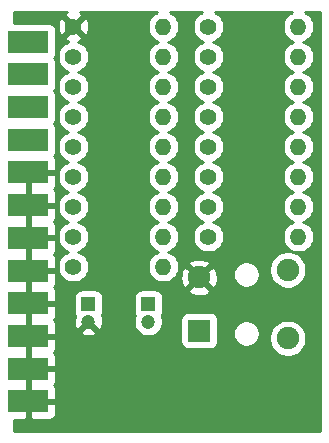
<source format=gbr>
%TF.GenerationSoftware,KiCad,Pcbnew,5.1.7*%
%TF.CreationDate,2020-10-30T13:38:14+01:00*%
%TF.ProjectId,silly-sound-bastard,73696c6c-792d-4736-9f75-6e642d626173,rev?*%
%TF.SameCoordinates,Original*%
%TF.FileFunction,Copper,L2,Bot*%
%TF.FilePolarity,Positive*%
%FSLAX46Y46*%
G04 Gerber Fmt 4.6, Leading zero omitted, Abs format (unit mm)*
G04 Created by KiCad (PCBNEW 5.1.7) date 2020-10-30 13:38:14*
%MOMM*%
%LPD*%
G01*
G04 APERTURE LIST*
%TA.AperFunction,ComponentPad*%
%ADD10C,1.900000*%
%TD*%
%TA.AperFunction,ComponentPad*%
%ADD11R,1.900000X1.900000*%
%TD*%
%TA.AperFunction,ComponentPad*%
%ADD12O,1.400000X1.400000*%
%TD*%
%TA.AperFunction,ComponentPad*%
%ADD13C,1.400000*%
%TD*%
%TA.AperFunction,ComponentPad*%
%ADD14C,1.200000*%
%TD*%
%TA.AperFunction,ComponentPad*%
%ADD15R,1.200000X1.200000*%
%TD*%
%TA.AperFunction,SMDPad,CuDef*%
%ADD16R,3.480000X1.846667*%
%TD*%
%TA.AperFunction,Conductor*%
%ADD17C,0.254000*%
%TD*%
%TA.AperFunction,Conductor*%
%ADD18C,0.100000*%
%TD*%
G04 APERTURE END LIST*
D10*
%TO.P,J2,S*%
%TO.N,GND*%
X72875000Y-78395000D03*
D11*
%TO.P,J2,R*%
%TO.N,Net-(C2-Pad2)*%
X72875000Y-82895000D03*
D10*
%TO.P,J2,T*%
X80375000Y-77745000D03*
X80375000Y-83545000D03*
%TD*%
D12*
%TO.P,R17,2*%
%TO.N,Net-(C1-Pad1)*%
X81280000Y-74930000D03*
D13*
%TO.P,R17,1*%
%TO.N,Net-(R16-Pad2)*%
X73660000Y-74930000D03*
%TD*%
D12*
%TO.P,R16,2*%
%TO.N,Net-(R16-Pad2)*%
X81280000Y-72390000D03*
D13*
%TO.P,R16,1*%
%TO.N,Net-(R15-Pad2)*%
X73660000Y-72390000D03*
%TD*%
D12*
%TO.P,R15,2*%
%TO.N,Net-(R15-Pad2)*%
X81280000Y-69850000D03*
D13*
%TO.P,R15,1*%
%TO.N,Net-(R14-Pad2)*%
X73660000Y-69850000D03*
%TD*%
D12*
%TO.P,R14,2*%
%TO.N,Net-(R14-Pad2)*%
X81280000Y-67310000D03*
D13*
%TO.P,R14,1*%
%TO.N,Net-(R13-Pad2)*%
X73660000Y-67310000D03*
%TD*%
D12*
%TO.P,R13,2*%
%TO.N,Net-(R13-Pad2)*%
X81280000Y-64770000D03*
D13*
%TO.P,R13,1*%
%TO.N,Net-(R12-Pad2)*%
X73660000Y-64770000D03*
%TD*%
D12*
%TO.P,R12,2*%
%TO.N,Net-(R12-Pad2)*%
X81280000Y-62230000D03*
D13*
%TO.P,R12,1*%
%TO.N,Net-(R11-Pad2)*%
X73660000Y-62230000D03*
%TD*%
D12*
%TO.P,R11,2*%
%TO.N,Net-(R11-Pad2)*%
X81280000Y-59690000D03*
D13*
%TO.P,R11,1*%
%TO.N,Net-(R10-Pad2)*%
X73660000Y-59690000D03*
%TD*%
D12*
%TO.P,R10,2*%
%TO.N,Net-(R10-Pad2)*%
X81280000Y-57150000D03*
D13*
%TO.P,R10,1*%
%TO.N,Net-(R1-Pad2)*%
X73660000Y-57150000D03*
%TD*%
D12*
%TO.P,R9,2*%
%TO.N,Net-(R16-Pad2)*%
X69850000Y-77470000D03*
D13*
%TO.P,R9,1*%
%TO.N,Net-(J1-Pad9)*%
X62230000Y-77470000D03*
%TD*%
D12*
%TO.P,R8,2*%
%TO.N,Net-(R15-Pad2)*%
X69850000Y-74930000D03*
D13*
%TO.P,R8,1*%
%TO.N,Net-(J1-Pad8)*%
X62230000Y-74930000D03*
%TD*%
D12*
%TO.P,R7,2*%
%TO.N,Net-(R14-Pad2)*%
X69850000Y-72390000D03*
D13*
%TO.P,R7,1*%
%TO.N,Net-(J1-Pad7)*%
X62230000Y-72390000D03*
%TD*%
D12*
%TO.P,R6,2*%
%TO.N,Net-(R13-Pad2)*%
X69850000Y-69850000D03*
D13*
%TO.P,R6,1*%
%TO.N,Net-(J1-Pad6)*%
X62230000Y-69850000D03*
%TD*%
D12*
%TO.P,R5,2*%
%TO.N,Net-(R12-Pad2)*%
X69850000Y-67310000D03*
D13*
%TO.P,R5,1*%
%TO.N,Net-(J1-Pad5)*%
X62230000Y-67310000D03*
%TD*%
D12*
%TO.P,R4,2*%
%TO.N,Net-(R11-Pad2)*%
X69850000Y-64770000D03*
D13*
%TO.P,R4,1*%
%TO.N,Net-(J1-Pad4)*%
X62230000Y-64770000D03*
%TD*%
D12*
%TO.P,R3,2*%
%TO.N,Net-(R10-Pad2)*%
X69850000Y-62230000D03*
D13*
%TO.P,R3,1*%
%TO.N,Net-(J1-Pad3)*%
X62230000Y-62230000D03*
%TD*%
D12*
%TO.P,R2,2*%
%TO.N,Net-(R1-Pad2)*%
X69850000Y-59690000D03*
D13*
%TO.P,R2,1*%
%TO.N,Net-(J1-Pad2)*%
X62230000Y-59690000D03*
%TD*%
D12*
%TO.P,R1,2*%
%TO.N,Net-(R1-Pad2)*%
X69850000Y-57150000D03*
D13*
%TO.P,R1,1*%
%TO.N,GND*%
X62230000Y-57150000D03*
%TD*%
D14*
%TO.P,C2,2*%
%TO.N,Net-(C2-Pad2)*%
X68580000Y-82145000D03*
D15*
%TO.P,C2,1*%
%TO.N,Net-(C1-Pad1)*%
X68580000Y-80645000D03*
%TD*%
D14*
%TO.P,C1,2*%
%TO.N,GND*%
X63500000Y-82145000D03*
D15*
%TO.P,C1,1*%
%TO.N,Net-(C1-Pad1)*%
X63500000Y-80645000D03*
%TD*%
D16*
%TO.P,J1,25*%
%TO.N,GND*%
X58420000Y-88895000D03*
%TO.P,J1,24*%
X58420000Y-86125000D03*
%TO.P,J1,23*%
X58420000Y-83355000D03*
%TO.P,J1,22*%
X58420000Y-80585000D03*
%TO.P,J1,21*%
X58420000Y-77815000D03*
%TO.P,J1,20*%
X58420000Y-75045000D03*
%TO.P,J1,19*%
X58420000Y-72275000D03*
%TO.P,J1,18*%
X58420000Y-69505000D03*
%TO.P,J1,17*%
%TO.N,N/C*%
X58420000Y-66735000D03*
%TO.P,J1,16*%
X58420000Y-63965000D03*
%TO.P,J1,15*%
X58420000Y-61195000D03*
%TO.P,J1,14*%
X58420000Y-58425000D03*
%TD*%
D17*
%TO.N,GND*%
X61648634Y-55941065D02*
X61547797Y-55994963D01*
X61488336Y-56228731D01*
X62230000Y-56970395D01*
X62971664Y-56228731D01*
X62912203Y-55994963D01*
X62772523Y-55930000D01*
X69306819Y-55930000D01*
X69217641Y-55966939D01*
X68998987Y-56113038D01*
X68813038Y-56298987D01*
X68666939Y-56517641D01*
X68566304Y-56760595D01*
X68515000Y-57018514D01*
X68515000Y-57281486D01*
X68566304Y-57539405D01*
X68666939Y-57782359D01*
X68813038Y-58001013D01*
X68998987Y-58186962D01*
X69217641Y-58333061D01*
X69427530Y-58420000D01*
X69217641Y-58506939D01*
X68998987Y-58653038D01*
X68813038Y-58838987D01*
X68666939Y-59057641D01*
X68566304Y-59300595D01*
X68515000Y-59558514D01*
X68515000Y-59821486D01*
X68566304Y-60079405D01*
X68666939Y-60322359D01*
X68813038Y-60541013D01*
X68998987Y-60726962D01*
X69217641Y-60873061D01*
X69427530Y-60960000D01*
X69217641Y-61046939D01*
X68998987Y-61193038D01*
X68813038Y-61378987D01*
X68666939Y-61597641D01*
X68566304Y-61840595D01*
X68515000Y-62098514D01*
X68515000Y-62361486D01*
X68566304Y-62619405D01*
X68666939Y-62862359D01*
X68813038Y-63081013D01*
X68998987Y-63266962D01*
X69217641Y-63413061D01*
X69427530Y-63500000D01*
X69217641Y-63586939D01*
X68998987Y-63733038D01*
X68813038Y-63918987D01*
X68666939Y-64137641D01*
X68566304Y-64380595D01*
X68515000Y-64638514D01*
X68515000Y-64901486D01*
X68566304Y-65159405D01*
X68666939Y-65402359D01*
X68813038Y-65621013D01*
X68998987Y-65806962D01*
X69217641Y-65953061D01*
X69427530Y-66040000D01*
X69217641Y-66126939D01*
X68998987Y-66273038D01*
X68813038Y-66458987D01*
X68666939Y-66677641D01*
X68566304Y-66920595D01*
X68515000Y-67178514D01*
X68515000Y-67441486D01*
X68566304Y-67699405D01*
X68666939Y-67942359D01*
X68813038Y-68161013D01*
X68998987Y-68346962D01*
X69217641Y-68493061D01*
X69427530Y-68580000D01*
X69217641Y-68666939D01*
X68998987Y-68813038D01*
X68813038Y-68998987D01*
X68666939Y-69217641D01*
X68566304Y-69460595D01*
X68515000Y-69718514D01*
X68515000Y-69981486D01*
X68566304Y-70239405D01*
X68666939Y-70482359D01*
X68813038Y-70701013D01*
X68998987Y-70886962D01*
X69217641Y-71033061D01*
X69427530Y-71120000D01*
X69217641Y-71206939D01*
X68998987Y-71353038D01*
X68813038Y-71538987D01*
X68666939Y-71757641D01*
X68566304Y-72000595D01*
X68515000Y-72258514D01*
X68515000Y-72521486D01*
X68566304Y-72779405D01*
X68666939Y-73022359D01*
X68813038Y-73241013D01*
X68998987Y-73426962D01*
X69217641Y-73573061D01*
X69427530Y-73660000D01*
X69217641Y-73746939D01*
X68998987Y-73893038D01*
X68813038Y-74078987D01*
X68666939Y-74297641D01*
X68566304Y-74540595D01*
X68515000Y-74798514D01*
X68515000Y-75061486D01*
X68566304Y-75319405D01*
X68666939Y-75562359D01*
X68813038Y-75781013D01*
X68998987Y-75966962D01*
X69217641Y-76113061D01*
X69427530Y-76200000D01*
X69217641Y-76286939D01*
X68998987Y-76433038D01*
X68813038Y-76618987D01*
X68666939Y-76837641D01*
X68566304Y-77080595D01*
X68515000Y-77338514D01*
X68515000Y-77601486D01*
X68566304Y-77859405D01*
X68666939Y-78102359D01*
X68813038Y-78321013D01*
X68998987Y-78506962D01*
X69217641Y-78653061D01*
X69460595Y-78753696D01*
X69718514Y-78805000D01*
X69981486Y-78805000D01*
X70239405Y-78753696D01*
X70482359Y-78653061D01*
X70701013Y-78506962D01*
X70748402Y-78459573D01*
X71283641Y-78459573D01*
X71326816Y-78768791D01*
X71429487Y-79063644D01*
X71515958Y-79225421D01*
X71775248Y-79315147D01*
X72695395Y-78395000D01*
X73054605Y-78395000D01*
X73974752Y-79315147D01*
X74234042Y-79225421D01*
X74369935Y-78944329D01*
X74448379Y-78642127D01*
X74466359Y-78330427D01*
X74424860Y-78033212D01*
X75740000Y-78033212D01*
X75740000Y-78256788D01*
X75783617Y-78476067D01*
X75869176Y-78682624D01*
X75993388Y-78868520D01*
X76151480Y-79026612D01*
X76337376Y-79150824D01*
X76543933Y-79236383D01*
X76763212Y-79280000D01*
X76986788Y-79280000D01*
X77206067Y-79236383D01*
X77412624Y-79150824D01*
X77598520Y-79026612D01*
X77756612Y-78868520D01*
X77880824Y-78682624D01*
X77966383Y-78476067D01*
X78010000Y-78256788D01*
X78010000Y-78033212D01*
X77966383Y-77813933D01*
X77880824Y-77607376D01*
X77868473Y-77588891D01*
X78790000Y-77588891D01*
X78790000Y-77901109D01*
X78850911Y-78207327D01*
X78970391Y-78495779D01*
X79143850Y-78755379D01*
X79364621Y-78976150D01*
X79624221Y-79149609D01*
X79912673Y-79269089D01*
X80218891Y-79330000D01*
X80531109Y-79330000D01*
X80837327Y-79269089D01*
X81125779Y-79149609D01*
X81385379Y-78976150D01*
X81606150Y-78755379D01*
X81779609Y-78495779D01*
X81899089Y-78207327D01*
X81960000Y-77901109D01*
X81960000Y-77588891D01*
X81899089Y-77282673D01*
X81779609Y-76994221D01*
X81606150Y-76734621D01*
X81385379Y-76513850D01*
X81125779Y-76340391D01*
X80837327Y-76220911D01*
X80531109Y-76160000D01*
X80218891Y-76160000D01*
X79912673Y-76220911D01*
X79624221Y-76340391D01*
X79364621Y-76513850D01*
X79143850Y-76734621D01*
X78970391Y-76994221D01*
X78850911Y-77282673D01*
X78790000Y-77588891D01*
X77868473Y-77588891D01*
X77756612Y-77421480D01*
X77598520Y-77263388D01*
X77412624Y-77139176D01*
X77206067Y-77053617D01*
X76986788Y-77010000D01*
X76763212Y-77010000D01*
X76543933Y-77053617D01*
X76337376Y-77139176D01*
X76151480Y-77263388D01*
X75993388Y-77421480D01*
X75869176Y-77607376D01*
X75783617Y-77813933D01*
X75740000Y-78033212D01*
X74424860Y-78033212D01*
X74423184Y-78021209D01*
X74320513Y-77726356D01*
X74234042Y-77564579D01*
X73974752Y-77474853D01*
X73054605Y-78395000D01*
X72695395Y-78395000D01*
X71775248Y-77474853D01*
X71515958Y-77564579D01*
X71380065Y-77845671D01*
X71301621Y-78147873D01*
X71283641Y-78459573D01*
X70748402Y-78459573D01*
X70886962Y-78321013D01*
X71033061Y-78102359D01*
X71133696Y-77859405D01*
X71185000Y-77601486D01*
X71185000Y-77338514D01*
X71176394Y-77295248D01*
X71954853Y-77295248D01*
X72875000Y-78215395D01*
X73795147Y-77295248D01*
X73705421Y-77035958D01*
X73424329Y-76900065D01*
X73122127Y-76821621D01*
X72810427Y-76803641D01*
X72501209Y-76846816D01*
X72206356Y-76949487D01*
X72044579Y-77035958D01*
X71954853Y-77295248D01*
X71176394Y-77295248D01*
X71133696Y-77080595D01*
X71033061Y-76837641D01*
X70886962Y-76618987D01*
X70701013Y-76433038D01*
X70482359Y-76286939D01*
X70272470Y-76200000D01*
X70482359Y-76113061D01*
X70701013Y-75966962D01*
X70886962Y-75781013D01*
X71033061Y-75562359D01*
X71133696Y-75319405D01*
X71185000Y-75061486D01*
X71185000Y-74798514D01*
X71133696Y-74540595D01*
X71033061Y-74297641D01*
X70886962Y-74078987D01*
X70701013Y-73893038D01*
X70482359Y-73746939D01*
X70272470Y-73660000D01*
X70482359Y-73573061D01*
X70701013Y-73426962D01*
X70886962Y-73241013D01*
X71033061Y-73022359D01*
X71133696Y-72779405D01*
X71185000Y-72521486D01*
X71185000Y-72258514D01*
X71133696Y-72000595D01*
X71033061Y-71757641D01*
X70886962Y-71538987D01*
X70701013Y-71353038D01*
X70482359Y-71206939D01*
X70272470Y-71120000D01*
X70482359Y-71033061D01*
X70701013Y-70886962D01*
X70886962Y-70701013D01*
X71033061Y-70482359D01*
X71133696Y-70239405D01*
X71185000Y-69981486D01*
X71185000Y-69718514D01*
X71133696Y-69460595D01*
X71033061Y-69217641D01*
X70886962Y-68998987D01*
X70701013Y-68813038D01*
X70482359Y-68666939D01*
X70272470Y-68580000D01*
X70482359Y-68493061D01*
X70701013Y-68346962D01*
X70886962Y-68161013D01*
X71033061Y-67942359D01*
X71133696Y-67699405D01*
X71185000Y-67441486D01*
X71185000Y-67178514D01*
X71133696Y-66920595D01*
X71033061Y-66677641D01*
X70886962Y-66458987D01*
X70701013Y-66273038D01*
X70482359Y-66126939D01*
X70272470Y-66040000D01*
X70482359Y-65953061D01*
X70701013Y-65806962D01*
X70886962Y-65621013D01*
X71033061Y-65402359D01*
X71133696Y-65159405D01*
X71185000Y-64901486D01*
X71185000Y-64638514D01*
X71133696Y-64380595D01*
X71033061Y-64137641D01*
X70886962Y-63918987D01*
X70701013Y-63733038D01*
X70482359Y-63586939D01*
X70272470Y-63500000D01*
X70482359Y-63413061D01*
X70701013Y-63266962D01*
X70886962Y-63081013D01*
X71033061Y-62862359D01*
X71133696Y-62619405D01*
X71185000Y-62361486D01*
X71185000Y-62098514D01*
X71133696Y-61840595D01*
X71033061Y-61597641D01*
X70886962Y-61378987D01*
X70701013Y-61193038D01*
X70482359Y-61046939D01*
X70272470Y-60960000D01*
X70482359Y-60873061D01*
X70701013Y-60726962D01*
X70886962Y-60541013D01*
X71033061Y-60322359D01*
X71133696Y-60079405D01*
X71185000Y-59821486D01*
X71185000Y-59558514D01*
X71133696Y-59300595D01*
X71033061Y-59057641D01*
X70886962Y-58838987D01*
X70701013Y-58653038D01*
X70482359Y-58506939D01*
X70272470Y-58420000D01*
X70482359Y-58333061D01*
X70701013Y-58186962D01*
X70886962Y-58001013D01*
X71033061Y-57782359D01*
X71133696Y-57539405D01*
X71185000Y-57281486D01*
X71185000Y-57018514D01*
X71133696Y-56760595D01*
X71033061Y-56517641D01*
X70886962Y-56298987D01*
X70701013Y-56113038D01*
X70482359Y-55966939D01*
X70393181Y-55930000D01*
X73116819Y-55930000D01*
X73027641Y-55966939D01*
X72808987Y-56113038D01*
X72623038Y-56298987D01*
X72476939Y-56517641D01*
X72376304Y-56760595D01*
X72325000Y-57018514D01*
X72325000Y-57281486D01*
X72376304Y-57539405D01*
X72476939Y-57782359D01*
X72623038Y-58001013D01*
X72808987Y-58186962D01*
X73027641Y-58333061D01*
X73237530Y-58420000D01*
X73027641Y-58506939D01*
X72808987Y-58653038D01*
X72623038Y-58838987D01*
X72476939Y-59057641D01*
X72376304Y-59300595D01*
X72325000Y-59558514D01*
X72325000Y-59821486D01*
X72376304Y-60079405D01*
X72476939Y-60322359D01*
X72623038Y-60541013D01*
X72808987Y-60726962D01*
X73027641Y-60873061D01*
X73237530Y-60960000D01*
X73027641Y-61046939D01*
X72808987Y-61193038D01*
X72623038Y-61378987D01*
X72476939Y-61597641D01*
X72376304Y-61840595D01*
X72325000Y-62098514D01*
X72325000Y-62361486D01*
X72376304Y-62619405D01*
X72476939Y-62862359D01*
X72623038Y-63081013D01*
X72808987Y-63266962D01*
X73027641Y-63413061D01*
X73237530Y-63500000D01*
X73027641Y-63586939D01*
X72808987Y-63733038D01*
X72623038Y-63918987D01*
X72476939Y-64137641D01*
X72376304Y-64380595D01*
X72325000Y-64638514D01*
X72325000Y-64901486D01*
X72376304Y-65159405D01*
X72476939Y-65402359D01*
X72623038Y-65621013D01*
X72808987Y-65806962D01*
X73027641Y-65953061D01*
X73237530Y-66040000D01*
X73027641Y-66126939D01*
X72808987Y-66273038D01*
X72623038Y-66458987D01*
X72476939Y-66677641D01*
X72376304Y-66920595D01*
X72325000Y-67178514D01*
X72325000Y-67441486D01*
X72376304Y-67699405D01*
X72476939Y-67942359D01*
X72623038Y-68161013D01*
X72808987Y-68346962D01*
X73027641Y-68493061D01*
X73237530Y-68580000D01*
X73027641Y-68666939D01*
X72808987Y-68813038D01*
X72623038Y-68998987D01*
X72476939Y-69217641D01*
X72376304Y-69460595D01*
X72325000Y-69718514D01*
X72325000Y-69981486D01*
X72376304Y-70239405D01*
X72476939Y-70482359D01*
X72623038Y-70701013D01*
X72808987Y-70886962D01*
X73027641Y-71033061D01*
X73237530Y-71120000D01*
X73027641Y-71206939D01*
X72808987Y-71353038D01*
X72623038Y-71538987D01*
X72476939Y-71757641D01*
X72376304Y-72000595D01*
X72325000Y-72258514D01*
X72325000Y-72521486D01*
X72376304Y-72779405D01*
X72476939Y-73022359D01*
X72623038Y-73241013D01*
X72808987Y-73426962D01*
X73027641Y-73573061D01*
X73237530Y-73660000D01*
X73027641Y-73746939D01*
X72808987Y-73893038D01*
X72623038Y-74078987D01*
X72476939Y-74297641D01*
X72376304Y-74540595D01*
X72325000Y-74798514D01*
X72325000Y-75061486D01*
X72376304Y-75319405D01*
X72476939Y-75562359D01*
X72623038Y-75781013D01*
X72808987Y-75966962D01*
X73027641Y-76113061D01*
X73270595Y-76213696D01*
X73528514Y-76265000D01*
X73791486Y-76265000D01*
X74049405Y-76213696D01*
X74292359Y-76113061D01*
X74511013Y-75966962D01*
X74696962Y-75781013D01*
X74843061Y-75562359D01*
X74943696Y-75319405D01*
X74995000Y-75061486D01*
X74995000Y-74798514D01*
X74943696Y-74540595D01*
X74843061Y-74297641D01*
X74696962Y-74078987D01*
X74511013Y-73893038D01*
X74292359Y-73746939D01*
X74082470Y-73660000D01*
X74292359Y-73573061D01*
X74511013Y-73426962D01*
X74696962Y-73241013D01*
X74843061Y-73022359D01*
X74943696Y-72779405D01*
X74995000Y-72521486D01*
X74995000Y-72258514D01*
X74943696Y-72000595D01*
X74843061Y-71757641D01*
X74696962Y-71538987D01*
X74511013Y-71353038D01*
X74292359Y-71206939D01*
X74082470Y-71120000D01*
X74292359Y-71033061D01*
X74511013Y-70886962D01*
X74696962Y-70701013D01*
X74843061Y-70482359D01*
X74943696Y-70239405D01*
X74995000Y-69981486D01*
X74995000Y-69718514D01*
X74943696Y-69460595D01*
X74843061Y-69217641D01*
X74696962Y-68998987D01*
X74511013Y-68813038D01*
X74292359Y-68666939D01*
X74082470Y-68580000D01*
X74292359Y-68493061D01*
X74511013Y-68346962D01*
X74696962Y-68161013D01*
X74843061Y-67942359D01*
X74943696Y-67699405D01*
X74995000Y-67441486D01*
X74995000Y-67178514D01*
X74943696Y-66920595D01*
X74843061Y-66677641D01*
X74696962Y-66458987D01*
X74511013Y-66273038D01*
X74292359Y-66126939D01*
X74082470Y-66040000D01*
X74292359Y-65953061D01*
X74511013Y-65806962D01*
X74696962Y-65621013D01*
X74843061Y-65402359D01*
X74943696Y-65159405D01*
X74995000Y-64901486D01*
X74995000Y-64638514D01*
X74943696Y-64380595D01*
X74843061Y-64137641D01*
X74696962Y-63918987D01*
X74511013Y-63733038D01*
X74292359Y-63586939D01*
X74082470Y-63500000D01*
X74292359Y-63413061D01*
X74511013Y-63266962D01*
X74696962Y-63081013D01*
X74843061Y-62862359D01*
X74943696Y-62619405D01*
X74995000Y-62361486D01*
X74995000Y-62098514D01*
X74943696Y-61840595D01*
X74843061Y-61597641D01*
X74696962Y-61378987D01*
X74511013Y-61193038D01*
X74292359Y-61046939D01*
X74082470Y-60960000D01*
X74292359Y-60873061D01*
X74511013Y-60726962D01*
X74696962Y-60541013D01*
X74843061Y-60322359D01*
X74943696Y-60079405D01*
X74995000Y-59821486D01*
X74995000Y-59558514D01*
X74943696Y-59300595D01*
X74843061Y-59057641D01*
X74696962Y-58838987D01*
X74511013Y-58653038D01*
X74292359Y-58506939D01*
X74082470Y-58420000D01*
X74292359Y-58333061D01*
X74511013Y-58186962D01*
X74696962Y-58001013D01*
X74843061Y-57782359D01*
X74943696Y-57539405D01*
X74995000Y-57281486D01*
X74995000Y-57018514D01*
X74943696Y-56760595D01*
X74843061Y-56517641D01*
X74696962Y-56298987D01*
X74511013Y-56113038D01*
X74292359Y-55966939D01*
X74203181Y-55930000D01*
X80736819Y-55930000D01*
X80647641Y-55966939D01*
X80428987Y-56113038D01*
X80243038Y-56298987D01*
X80096939Y-56517641D01*
X79996304Y-56760595D01*
X79945000Y-57018514D01*
X79945000Y-57281486D01*
X79996304Y-57539405D01*
X80096939Y-57782359D01*
X80243038Y-58001013D01*
X80428987Y-58186962D01*
X80647641Y-58333061D01*
X80857530Y-58420000D01*
X80647641Y-58506939D01*
X80428987Y-58653038D01*
X80243038Y-58838987D01*
X80096939Y-59057641D01*
X79996304Y-59300595D01*
X79945000Y-59558514D01*
X79945000Y-59821486D01*
X79996304Y-60079405D01*
X80096939Y-60322359D01*
X80243038Y-60541013D01*
X80428987Y-60726962D01*
X80647641Y-60873061D01*
X80857530Y-60960000D01*
X80647641Y-61046939D01*
X80428987Y-61193038D01*
X80243038Y-61378987D01*
X80096939Y-61597641D01*
X79996304Y-61840595D01*
X79945000Y-62098514D01*
X79945000Y-62361486D01*
X79996304Y-62619405D01*
X80096939Y-62862359D01*
X80243038Y-63081013D01*
X80428987Y-63266962D01*
X80647641Y-63413061D01*
X80857530Y-63500000D01*
X80647641Y-63586939D01*
X80428987Y-63733038D01*
X80243038Y-63918987D01*
X80096939Y-64137641D01*
X79996304Y-64380595D01*
X79945000Y-64638514D01*
X79945000Y-64901486D01*
X79996304Y-65159405D01*
X80096939Y-65402359D01*
X80243038Y-65621013D01*
X80428987Y-65806962D01*
X80647641Y-65953061D01*
X80857530Y-66040000D01*
X80647641Y-66126939D01*
X80428987Y-66273038D01*
X80243038Y-66458987D01*
X80096939Y-66677641D01*
X79996304Y-66920595D01*
X79945000Y-67178514D01*
X79945000Y-67441486D01*
X79996304Y-67699405D01*
X80096939Y-67942359D01*
X80243038Y-68161013D01*
X80428987Y-68346962D01*
X80647641Y-68493061D01*
X80857530Y-68580000D01*
X80647641Y-68666939D01*
X80428987Y-68813038D01*
X80243038Y-68998987D01*
X80096939Y-69217641D01*
X79996304Y-69460595D01*
X79945000Y-69718514D01*
X79945000Y-69981486D01*
X79996304Y-70239405D01*
X80096939Y-70482359D01*
X80243038Y-70701013D01*
X80428987Y-70886962D01*
X80647641Y-71033061D01*
X80857530Y-71120000D01*
X80647641Y-71206939D01*
X80428987Y-71353038D01*
X80243038Y-71538987D01*
X80096939Y-71757641D01*
X79996304Y-72000595D01*
X79945000Y-72258514D01*
X79945000Y-72521486D01*
X79996304Y-72779405D01*
X80096939Y-73022359D01*
X80243038Y-73241013D01*
X80428987Y-73426962D01*
X80647641Y-73573061D01*
X80857530Y-73660000D01*
X80647641Y-73746939D01*
X80428987Y-73893038D01*
X80243038Y-74078987D01*
X80096939Y-74297641D01*
X79996304Y-74540595D01*
X79945000Y-74798514D01*
X79945000Y-75061486D01*
X79996304Y-75319405D01*
X80096939Y-75562359D01*
X80243038Y-75781013D01*
X80428987Y-75966962D01*
X80647641Y-76113061D01*
X80890595Y-76213696D01*
X81148514Y-76265000D01*
X81411486Y-76265000D01*
X81669405Y-76213696D01*
X81912359Y-76113061D01*
X82131013Y-75966962D01*
X82316962Y-75781013D01*
X82463061Y-75562359D01*
X82563696Y-75319405D01*
X82615000Y-75061486D01*
X82615000Y-74798514D01*
X82563696Y-74540595D01*
X82463061Y-74297641D01*
X82316962Y-74078987D01*
X82131013Y-73893038D01*
X81912359Y-73746939D01*
X81702470Y-73660000D01*
X81912359Y-73573061D01*
X82131013Y-73426962D01*
X82316962Y-73241013D01*
X82463061Y-73022359D01*
X82563696Y-72779405D01*
X82615000Y-72521486D01*
X82615000Y-72258514D01*
X82563696Y-72000595D01*
X82463061Y-71757641D01*
X82316962Y-71538987D01*
X82131013Y-71353038D01*
X81912359Y-71206939D01*
X81702470Y-71120000D01*
X81912359Y-71033061D01*
X82131013Y-70886962D01*
X82316962Y-70701013D01*
X82463061Y-70482359D01*
X82563696Y-70239405D01*
X82615000Y-69981486D01*
X82615000Y-69718514D01*
X82563696Y-69460595D01*
X82463061Y-69217641D01*
X82316962Y-68998987D01*
X82131013Y-68813038D01*
X81912359Y-68666939D01*
X81702470Y-68580000D01*
X81912359Y-68493061D01*
X82131013Y-68346962D01*
X82316962Y-68161013D01*
X82463061Y-67942359D01*
X82563696Y-67699405D01*
X82615000Y-67441486D01*
X82615000Y-67178514D01*
X82563696Y-66920595D01*
X82463061Y-66677641D01*
X82316962Y-66458987D01*
X82131013Y-66273038D01*
X81912359Y-66126939D01*
X81702470Y-66040000D01*
X81912359Y-65953061D01*
X82131013Y-65806962D01*
X82316962Y-65621013D01*
X82463061Y-65402359D01*
X82563696Y-65159405D01*
X82615000Y-64901486D01*
X82615000Y-64638514D01*
X82563696Y-64380595D01*
X82463061Y-64137641D01*
X82316962Y-63918987D01*
X82131013Y-63733038D01*
X81912359Y-63586939D01*
X81702470Y-63500000D01*
X81912359Y-63413061D01*
X82131013Y-63266962D01*
X82316962Y-63081013D01*
X82463061Y-62862359D01*
X82563696Y-62619405D01*
X82615000Y-62361486D01*
X82615000Y-62098514D01*
X82563696Y-61840595D01*
X82463061Y-61597641D01*
X82316962Y-61378987D01*
X82131013Y-61193038D01*
X81912359Y-61046939D01*
X81702470Y-60960000D01*
X81912359Y-60873061D01*
X82131013Y-60726962D01*
X82316962Y-60541013D01*
X82463061Y-60322359D01*
X82563696Y-60079405D01*
X82615000Y-59821486D01*
X82615000Y-59558514D01*
X82563696Y-59300595D01*
X82463061Y-59057641D01*
X82316962Y-58838987D01*
X82131013Y-58653038D01*
X81912359Y-58506939D01*
X81702470Y-58420000D01*
X81912359Y-58333061D01*
X82131013Y-58186962D01*
X82316962Y-58001013D01*
X82463061Y-57782359D01*
X82563696Y-57539405D01*
X82615000Y-57281486D01*
X82615000Y-57018514D01*
X82563696Y-56760595D01*
X82463061Y-56517641D01*
X82316962Y-56298987D01*
X82131013Y-56113038D01*
X81912359Y-55966939D01*
X81823181Y-55930000D01*
X83135000Y-55930000D01*
X83135001Y-91390000D01*
X57200000Y-91390000D01*
X57200000Y-90455307D01*
X58134250Y-90453333D01*
X58293000Y-90294583D01*
X58293000Y-89022000D01*
X58547000Y-89022000D01*
X58547000Y-90294583D01*
X58705750Y-90453333D01*
X60160000Y-90456405D01*
X60284482Y-90444145D01*
X60404180Y-90407835D01*
X60514494Y-90348870D01*
X60611185Y-90269518D01*
X60690537Y-90172827D01*
X60749502Y-90062513D01*
X60785812Y-89942815D01*
X60798072Y-89818333D01*
X60795000Y-89180750D01*
X60636250Y-89022000D01*
X58547000Y-89022000D01*
X58293000Y-89022000D01*
X58273000Y-89022000D01*
X58273000Y-88768000D01*
X58293000Y-88768000D01*
X58293000Y-86252000D01*
X58547000Y-86252000D01*
X58547000Y-88768000D01*
X60636250Y-88768000D01*
X60795000Y-88609250D01*
X60798072Y-87971667D01*
X60785812Y-87847185D01*
X60749502Y-87727487D01*
X60690537Y-87617173D01*
X60611185Y-87520482D01*
X60598413Y-87510000D01*
X60611185Y-87499518D01*
X60690537Y-87402827D01*
X60749502Y-87292513D01*
X60785812Y-87172815D01*
X60798072Y-87048333D01*
X60795000Y-86410750D01*
X60636250Y-86252000D01*
X58547000Y-86252000D01*
X58293000Y-86252000D01*
X58273000Y-86252000D01*
X58273000Y-85998000D01*
X58293000Y-85998000D01*
X58293000Y-83482000D01*
X58547000Y-83482000D01*
X58547000Y-85998000D01*
X60636250Y-85998000D01*
X60795000Y-85839250D01*
X60798072Y-85201667D01*
X60785812Y-85077185D01*
X60749502Y-84957487D01*
X60690537Y-84847173D01*
X60611185Y-84750482D01*
X60598413Y-84740000D01*
X60611185Y-84729518D01*
X60690537Y-84632827D01*
X60749502Y-84522513D01*
X60785812Y-84402815D01*
X60798072Y-84278333D01*
X60795000Y-83640750D01*
X60636250Y-83482000D01*
X58547000Y-83482000D01*
X58293000Y-83482000D01*
X58273000Y-83482000D01*
X58273000Y-83228000D01*
X58293000Y-83228000D01*
X58293000Y-80712000D01*
X58547000Y-80712000D01*
X58547000Y-83228000D01*
X60636250Y-83228000D01*
X60795000Y-83069250D01*
X60795358Y-82994764D01*
X62829841Y-82994764D01*
X62877148Y-83218348D01*
X63098516Y-83319237D01*
X63335313Y-83375000D01*
X63578438Y-83383495D01*
X63818549Y-83344395D01*
X64046418Y-83259202D01*
X64122852Y-83218348D01*
X64170159Y-82994764D01*
X63500000Y-82324605D01*
X62829841Y-82994764D01*
X60795358Y-82994764D01*
X60798072Y-82431667D01*
X60785812Y-82307185D01*
X60760408Y-82223438D01*
X62261505Y-82223438D01*
X62300605Y-82463549D01*
X62385798Y-82691418D01*
X62426652Y-82767852D01*
X62650236Y-82815159D01*
X63320395Y-82145000D01*
X63306253Y-82130858D01*
X63485858Y-81951253D01*
X63500000Y-81965395D01*
X63514143Y-81951253D01*
X63693748Y-82130858D01*
X63679605Y-82145000D01*
X64349764Y-82815159D01*
X64573348Y-82767852D01*
X64674237Y-82546484D01*
X64730000Y-82309687D01*
X64738495Y-82066562D01*
X64699395Y-81826451D01*
X64619549Y-81612883D01*
X64630537Y-81599494D01*
X64689502Y-81489180D01*
X64725812Y-81369482D01*
X64738072Y-81245000D01*
X64738072Y-80045000D01*
X67341928Y-80045000D01*
X67341928Y-81245000D01*
X67354188Y-81369482D01*
X67390498Y-81489180D01*
X67449463Y-81599494D01*
X67462581Y-81615478D01*
X67392460Y-81784764D01*
X67345000Y-82023363D01*
X67345000Y-82266637D01*
X67392460Y-82505236D01*
X67485557Y-82729992D01*
X67620713Y-82932267D01*
X67792733Y-83104287D01*
X67995008Y-83239443D01*
X68219764Y-83332540D01*
X68458363Y-83380000D01*
X68701637Y-83380000D01*
X68940236Y-83332540D01*
X69164992Y-83239443D01*
X69367267Y-83104287D01*
X69539287Y-82932267D01*
X69674443Y-82729992D01*
X69767540Y-82505236D01*
X69815000Y-82266637D01*
X69815000Y-82023363D01*
X69799413Y-81945000D01*
X71286928Y-81945000D01*
X71286928Y-83845000D01*
X71299188Y-83969482D01*
X71335498Y-84089180D01*
X71394463Y-84199494D01*
X71473815Y-84296185D01*
X71570506Y-84375537D01*
X71680820Y-84434502D01*
X71800518Y-84470812D01*
X71925000Y-84483072D01*
X73825000Y-84483072D01*
X73949482Y-84470812D01*
X74069180Y-84434502D01*
X74179494Y-84375537D01*
X74276185Y-84296185D01*
X74355537Y-84199494D01*
X74414502Y-84089180D01*
X74450812Y-83969482D01*
X74463072Y-83845000D01*
X74463072Y-83033212D01*
X75740000Y-83033212D01*
X75740000Y-83256788D01*
X75783617Y-83476067D01*
X75869176Y-83682624D01*
X75993388Y-83868520D01*
X76151480Y-84026612D01*
X76337376Y-84150824D01*
X76543933Y-84236383D01*
X76763212Y-84280000D01*
X76986788Y-84280000D01*
X77206067Y-84236383D01*
X77412624Y-84150824D01*
X77598520Y-84026612D01*
X77756612Y-83868520D01*
X77880824Y-83682624D01*
X77966383Y-83476067D01*
X77983723Y-83388891D01*
X78790000Y-83388891D01*
X78790000Y-83701109D01*
X78850911Y-84007327D01*
X78970391Y-84295779D01*
X79143850Y-84555379D01*
X79364621Y-84776150D01*
X79624221Y-84949609D01*
X79912673Y-85069089D01*
X80218891Y-85130000D01*
X80531109Y-85130000D01*
X80837327Y-85069089D01*
X81125779Y-84949609D01*
X81385379Y-84776150D01*
X81606150Y-84555379D01*
X81779609Y-84295779D01*
X81899089Y-84007327D01*
X81960000Y-83701109D01*
X81960000Y-83388891D01*
X81899089Y-83082673D01*
X81779609Y-82794221D01*
X81606150Y-82534621D01*
X81385379Y-82313850D01*
X81125779Y-82140391D01*
X80837327Y-82020911D01*
X80531109Y-81960000D01*
X80218891Y-81960000D01*
X79912673Y-82020911D01*
X79624221Y-82140391D01*
X79364621Y-82313850D01*
X79143850Y-82534621D01*
X78970391Y-82794221D01*
X78850911Y-83082673D01*
X78790000Y-83388891D01*
X77983723Y-83388891D01*
X78010000Y-83256788D01*
X78010000Y-83033212D01*
X77966383Y-82813933D01*
X77880824Y-82607376D01*
X77756612Y-82421480D01*
X77598520Y-82263388D01*
X77412624Y-82139176D01*
X77206067Y-82053617D01*
X76986788Y-82010000D01*
X76763212Y-82010000D01*
X76543933Y-82053617D01*
X76337376Y-82139176D01*
X76151480Y-82263388D01*
X75993388Y-82421480D01*
X75869176Y-82607376D01*
X75783617Y-82813933D01*
X75740000Y-83033212D01*
X74463072Y-83033212D01*
X74463072Y-81945000D01*
X74450812Y-81820518D01*
X74414502Y-81700820D01*
X74355537Y-81590506D01*
X74276185Y-81493815D01*
X74179494Y-81414463D01*
X74069180Y-81355498D01*
X73949482Y-81319188D01*
X73825000Y-81306928D01*
X71925000Y-81306928D01*
X71800518Y-81319188D01*
X71680820Y-81355498D01*
X71570506Y-81414463D01*
X71473815Y-81493815D01*
X71394463Y-81590506D01*
X71335498Y-81700820D01*
X71299188Y-81820518D01*
X71286928Y-81945000D01*
X69799413Y-81945000D01*
X69767540Y-81784764D01*
X69697419Y-81615478D01*
X69710537Y-81599494D01*
X69769502Y-81489180D01*
X69805812Y-81369482D01*
X69818072Y-81245000D01*
X69818072Y-80045000D01*
X69805812Y-79920518D01*
X69769502Y-79800820D01*
X69710537Y-79690506D01*
X69631185Y-79593815D01*
X69534494Y-79514463D01*
X69497618Y-79494752D01*
X71954853Y-79494752D01*
X72044579Y-79754042D01*
X72325671Y-79889935D01*
X72627873Y-79968379D01*
X72939573Y-79986359D01*
X73248791Y-79943184D01*
X73543644Y-79840513D01*
X73705421Y-79754042D01*
X73795147Y-79494752D01*
X72875000Y-78574605D01*
X71954853Y-79494752D01*
X69497618Y-79494752D01*
X69424180Y-79455498D01*
X69304482Y-79419188D01*
X69180000Y-79406928D01*
X67980000Y-79406928D01*
X67855518Y-79419188D01*
X67735820Y-79455498D01*
X67625506Y-79514463D01*
X67528815Y-79593815D01*
X67449463Y-79690506D01*
X67390498Y-79800820D01*
X67354188Y-79920518D01*
X67341928Y-80045000D01*
X64738072Y-80045000D01*
X64725812Y-79920518D01*
X64689502Y-79800820D01*
X64630537Y-79690506D01*
X64551185Y-79593815D01*
X64454494Y-79514463D01*
X64344180Y-79455498D01*
X64224482Y-79419188D01*
X64100000Y-79406928D01*
X62900000Y-79406928D01*
X62775518Y-79419188D01*
X62655820Y-79455498D01*
X62545506Y-79514463D01*
X62448815Y-79593815D01*
X62369463Y-79690506D01*
X62310498Y-79800820D01*
X62274188Y-79920518D01*
X62261928Y-80045000D01*
X62261928Y-81245000D01*
X62274188Y-81369482D01*
X62310498Y-81489180D01*
X62369463Y-81599494D01*
X62383568Y-81616681D01*
X62325763Y-81743516D01*
X62270000Y-81980313D01*
X62261505Y-82223438D01*
X60760408Y-82223438D01*
X60749502Y-82187487D01*
X60690537Y-82077173D01*
X60611185Y-81980482D01*
X60598413Y-81970000D01*
X60611185Y-81959518D01*
X60690537Y-81862827D01*
X60749502Y-81752513D01*
X60785812Y-81632815D01*
X60798072Y-81508333D01*
X60795000Y-80870750D01*
X60636250Y-80712000D01*
X58547000Y-80712000D01*
X58293000Y-80712000D01*
X58273000Y-80712000D01*
X58273000Y-80458000D01*
X58293000Y-80458000D01*
X58293000Y-77942000D01*
X58547000Y-77942000D01*
X58547000Y-80458000D01*
X60636250Y-80458000D01*
X60795000Y-80299250D01*
X60798072Y-79661667D01*
X60785812Y-79537185D01*
X60749502Y-79417487D01*
X60690537Y-79307173D01*
X60611185Y-79210482D01*
X60598413Y-79200000D01*
X60611185Y-79189518D01*
X60690537Y-79092827D01*
X60749502Y-78982513D01*
X60785812Y-78862815D01*
X60798072Y-78738333D01*
X60795000Y-78100750D01*
X60636250Y-77942000D01*
X58547000Y-77942000D01*
X58293000Y-77942000D01*
X58273000Y-77942000D01*
X58273000Y-77688000D01*
X58293000Y-77688000D01*
X58293000Y-75172000D01*
X58547000Y-75172000D01*
X58547000Y-77688000D01*
X60636250Y-77688000D01*
X60795000Y-77529250D01*
X60798072Y-76891667D01*
X60785812Y-76767185D01*
X60749502Y-76647487D01*
X60690537Y-76537173D01*
X60611185Y-76440482D01*
X60598413Y-76430000D01*
X60611185Y-76419518D01*
X60690537Y-76322827D01*
X60749502Y-76212513D01*
X60785812Y-76092815D01*
X60798072Y-75968333D01*
X60795000Y-75330750D01*
X60636250Y-75172000D01*
X58547000Y-75172000D01*
X58293000Y-75172000D01*
X58273000Y-75172000D01*
X58273000Y-74918000D01*
X58293000Y-74918000D01*
X58293000Y-72402000D01*
X58547000Y-72402000D01*
X58547000Y-74918000D01*
X60636250Y-74918000D01*
X60795000Y-74759250D01*
X60798072Y-74121667D01*
X60785812Y-73997185D01*
X60749502Y-73877487D01*
X60690537Y-73767173D01*
X60611185Y-73670482D01*
X60598413Y-73660000D01*
X60611185Y-73649518D01*
X60690537Y-73552827D01*
X60749502Y-73442513D01*
X60785812Y-73322815D01*
X60798072Y-73198333D01*
X60795000Y-72560750D01*
X60636250Y-72402000D01*
X58547000Y-72402000D01*
X58293000Y-72402000D01*
X58273000Y-72402000D01*
X58273000Y-72148000D01*
X58293000Y-72148000D01*
X58293000Y-69632000D01*
X58547000Y-69632000D01*
X58547000Y-72148000D01*
X60636250Y-72148000D01*
X60795000Y-71989250D01*
X60798072Y-71351667D01*
X60785812Y-71227185D01*
X60749502Y-71107487D01*
X60690537Y-70997173D01*
X60611185Y-70900482D01*
X60598413Y-70890000D01*
X60611185Y-70879518D01*
X60690537Y-70782827D01*
X60749502Y-70672513D01*
X60785812Y-70552815D01*
X60798072Y-70428333D01*
X60795000Y-69790750D01*
X60636250Y-69632000D01*
X58547000Y-69632000D01*
X58293000Y-69632000D01*
X58273000Y-69632000D01*
X58273000Y-69378000D01*
X58293000Y-69378000D01*
X58293000Y-69358000D01*
X58547000Y-69358000D01*
X58547000Y-69378000D01*
X60636250Y-69378000D01*
X60795000Y-69219250D01*
X60798072Y-68581667D01*
X60785812Y-68457185D01*
X60749502Y-68337487D01*
X60690537Y-68227173D01*
X60611185Y-68130482D01*
X60598413Y-68120000D01*
X60611185Y-68109518D01*
X60690537Y-68012827D01*
X60749502Y-67902513D01*
X60785812Y-67782815D01*
X60798072Y-67658333D01*
X60798072Y-65811667D01*
X60785812Y-65687185D01*
X60749502Y-65567487D01*
X60690537Y-65457173D01*
X60611185Y-65360482D01*
X60598413Y-65350000D01*
X60611185Y-65339518D01*
X60690537Y-65242827D01*
X60749502Y-65132513D01*
X60785812Y-65012815D01*
X60798072Y-64888333D01*
X60798072Y-63041667D01*
X60785812Y-62917185D01*
X60749502Y-62797487D01*
X60690537Y-62687173D01*
X60611185Y-62590482D01*
X60598413Y-62580000D01*
X60611185Y-62569518D01*
X60690537Y-62472827D01*
X60749502Y-62362513D01*
X60785812Y-62242815D01*
X60798072Y-62118333D01*
X60798072Y-60271667D01*
X60785812Y-60147185D01*
X60749502Y-60027487D01*
X60690537Y-59917173D01*
X60611185Y-59820482D01*
X60598413Y-59810000D01*
X60611185Y-59799518D01*
X60690537Y-59702827D01*
X60749502Y-59592513D01*
X60759815Y-59558514D01*
X60895000Y-59558514D01*
X60895000Y-59821486D01*
X60946304Y-60079405D01*
X61046939Y-60322359D01*
X61193038Y-60541013D01*
X61378987Y-60726962D01*
X61597641Y-60873061D01*
X61807530Y-60960000D01*
X61597641Y-61046939D01*
X61378987Y-61193038D01*
X61193038Y-61378987D01*
X61046939Y-61597641D01*
X60946304Y-61840595D01*
X60895000Y-62098514D01*
X60895000Y-62361486D01*
X60946304Y-62619405D01*
X61046939Y-62862359D01*
X61193038Y-63081013D01*
X61378987Y-63266962D01*
X61597641Y-63413061D01*
X61807530Y-63500000D01*
X61597641Y-63586939D01*
X61378987Y-63733038D01*
X61193038Y-63918987D01*
X61046939Y-64137641D01*
X60946304Y-64380595D01*
X60895000Y-64638514D01*
X60895000Y-64901486D01*
X60946304Y-65159405D01*
X61046939Y-65402359D01*
X61193038Y-65621013D01*
X61378987Y-65806962D01*
X61597641Y-65953061D01*
X61807530Y-66040000D01*
X61597641Y-66126939D01*
X61378987Y-66273038D01*
X61193038Y-66458987D01*
X61046939Y-66677641D01*
X60946304Y-66920595D01*
X60895000Y-67178514D01*
X60895000Y-67441486D01*
X60946304Y-67699405D01*
X61046939Y-67942359D01*
X61193038Y-68161013D01*
X61378987Y-68346962D01*
X61597641Y-68493061D01*
X61807530Y-68580000D01*
X61597641Y-68666939D01*
X61378987Y-68813038D01*
X61193038Y-68998987D01*
X61046939Y-69217641D01*
X60946304Y-69460595D01*
X60895000Y-69718514D01*
X60895000Y-69981486D01*
X60946304Y-70239405D01*
X61046939Y-70482359D01*
X61193038Y-70701013D01*
X61378987Y-70886962D01*
X61597641Y-71033061D01*
X61807530Y-71120000D01*
X61597641Y-71206939D01*
X61378987Y-71353038D01*
X61193038Y-71538987D01*
X61046939Y-71757641D01*
X60946304Y-72000595D01*
X60895000Y-72258514D01*
X60895000Y-72521486D01*
X60946304Y-72779405D01*
X61046939Y-73022359D01*
X61193038Y-73241013D01*
X61378987Y-73426962D01*
X61597641Y-73573061D01*
X61807530Y-73660000D01*
X61597641Y-73746939D01*
X61378987Y-73893038D01*
X61193038Y-74078987D01*
X61046939Y-74297641D01*
X60946304Y-74540595D01*
X60895000Y-74798514D01*
X60895000Y-75061486D01*
X60946304Y-75319405D01*
X61046939Y-75562359D01*
X61193038Y-75781013D01*
X61378987Y-75966962D01*
X61597641Y-76113061D01*
X61807530Y-76200000D01*
X61597641Y-76286939D01*
X61378987Y-76433038D01*
X61193038Y-76618987D01*
X61046939Y-76837641D01*
X60946304Y-77080595D01*
X60895000Y-77338514D01*
X60895000Y-77601486D01*
X60946304Y-77859405D01*
X61046939Y-78102359D01*
X61193038Y-78321013D01*
X61378987Y-78506962D01*
X61597641Y-78653061D01*
X61840595Y-78753696D01*
X62098514Y-78805000D01*
X62361486Y-78805000D01*
X62619405Y-78753696D01*
X62862359Y-78653061D01*
X63081013Y-78506962D01*
X63266962Y-78321013D01*
X63413061Y-78102359D01*
X63513696Y-77859405D01*
X63565000Y-77601486D01*
X63565000Y-77338514D01*
X63513696Y-77080595D01*
X63413061Y-76837641D01*
X63266962Y-76618987D01*
X63081013Y-76433038D01*
X62862359Y-76286939D01*
X62652470Y-76200000D01*
X62862359Y-76113061D01*
X63081013Y-75966962D01*
X63266962Y-75781013D01*
X63413061Y-75562359D01*
X63513696Y-75319405D01*
X63565000Y-75061486D01*
X63565000Y-74798514D01*
X63513696Y-74540595D01*
X63413061Y-74297641D01*
X63266962Y-74078987D01*
X63081013Y-73893038D01*
X62862359Y-73746939D01*
X62652470Y-73660000D01*
X62862359Y-73573061D01*
X63081013Y-73426962D01*
X63266962Y-73241013D01*
X63413061Y-73022359D01*
X63513696Y-72779405D01*
X63565000Y-72521486D01*
X63565000Y-72258514D01*
X63513696Y-72000595D01*
X63413061Y-71757641D01*
X63266962Y-71538987D01*
X63081013Y-71353038D01*
X62862359Y-71206939D01*
X62652470Y-71120000D01*
X62862359Y-71033061D01*
X63081013Y-70886962D01*
X63266962Y-70701013D01*
X63413061Y-70482359D01*
X63513696Y-70239405D01*
X63565000Y-69981486D01*
X63565000Y-69718514D01*
X63513696Y-69460595D01*
X63413061Y-69217641D01*
X63266962Y-68998987D01*
X63081013Y-68813038D01*
X62862359Y-68666939D01*
X62652470Y-68580000D01*
X62862359Y-68493061D01*
X63081013Y-68346962D01*
X63266962Y-68161013D01*
X63413061Y-67942359D01*
X63513696Y-67699405D01*
X63565000Y-67441486D01*
X63565000Y-67178514D01*
X63513696Y-66920595D01*
X63413061Y-66677641D01*
X63266962Y-66458987D01*
X63081013Y-66273038D01*
X62862359Y-66126939D01*
X62652470Y-66040000D01*
X62862359Y-65953061D01*
X63081013Y-65806962D01*
X63266962Y-65621013D01*
X63413061Y-65402359D01*
X63513696Y-65159405D01*
X63565000Y-64901486D01*
X63565000Y-64638514D01*
X63513696Y-64380595D01*
X63413061Y-64137641D01*
X63266962Y-63918987D01*
X63081013Y-63733038D01*
X62862359Y-63586939D01*
X62652470Y-63500000D01*
X62862359Y-63413061D01*
X63081013Y-63266962D01*
X63266962Y-63081013D01*
X63413061Y-62862359D01*
X63513696Y-62619405D01*
X63565000Y-62361486D01*
X63565000Y-62098514D01*
X63513696Y-61840595D01*
X63413061Y-61597641D01*
X63266962Y-61378987D01*
X63081013Y-61193038D01*
X62862359Y-61046939D01*
X62652470Y-60960000D01*
X62862359Y-60873061D01*
X63081013Y-60726962D01*
X63266962Y-60541013D01*
X63413061Y-60322359D01*
X63513696Y-60079405D01*
X63565000Y-59821486D01*
X63565000Y-59558514D01*
X63513696Y-59300595D01*
X63413061Y-59057641D01*
X63266962Y-58838987D01*
X63081013Y-58653038D01*
X62862359Y-58506939D01*
X62648556Y-58418379D01*
X62811366Y-58358935D01*
X62912203Y-58305037D01*
X62971664Y-58071269D01*
X62230000Y-57329605D01*
X61488336Y-58071269D01*
X61547797Y-58305037D01*
X61786242Y-58415934D01*
X61805827Y-58420706D01*
X61597641Y-58506939D01*
X61378987Y-58653038D01*
X61193038Y-58838987D01*
X61046939Y-59057641D01*
X60946304Y-59300595D01*
X60895000Y-59558514D01*
X60759815Y-59558514D01*
X60785812Y-59472815D01*
X60798072Y-59348333D01*
X60798072Y-57501667D01*
X60785812Y-57377185D01*
X60749502Y-57257487D01*
X60731856Y-57224473D01*
X60890610Y-57224473D01*
X60930875Y-57484344D01*
X61021065Y-57731366D01*
X61074963Y-57832203D01*
X61308731Y-57891664D01*
X62050395Y-57150000D01*
X62409605Y-57150000D01*
X63151269Y-57891664D01*
X63385037Y-57832203D01*
X63495934Y-57593758D01*
X63558183Y-57338260D01*
X63569390Y-57075527D01*
X63529125Y-56815656D01*
X63438935Y-56568634D01*
X63385037Y-56467797D01*
X63151269Y-56408336D01*
X62409605Y-57150000D01*
X62050395Y-57150000D01*
X61308731Y-56408336D01*
X61074963Y-56467797D01*
X60964066Y-56706242D01*
X60901817Y-56961740D01*
X60890610Y-57224473D01*
X60731856Y-57224473D01*
X60690537Y-57147173D01*
X60611185Y-57050482D01*
X60514494Y-56971130D01*
X60404180Y-56912165D01*
X60284482Y-56875855D01*
X60160000Y-56863595D01*
X57200000Y-56863595D01*
X57200000Y-55930000D01*
X61678940Y-55930000D01*
X61648634Y-55941065D01*
%TA.AperFunction,Conductor*%
D18*
G36*
X61648634Y-55941065D02*
G01*
X61547797Y-55994963D01*
X61488336Y-56228731D01*
X62230000Y-56970395D01*
X62971664Y-56228731D01*
X62912203Y-55994963D01*
X62772523Y-55930000D01*
X69306819Y-55930000D01*
X69217641Y-55966939D01*
X68998987Y-56113038D01*
X68813038Y-56298987D01*
X68666939Y-56517641D01*
X68566304Y-56760595D01*
X68515000Y-57018514D01*
X68515000Y-57281486D01*
X68566304Y-57539405D01*
X68666939Y-57782359D01*
X68813038Y-58001013D01*
X68998987Y-58186962D01*
X69217641Y-58333061D01*
X69427530Y-58420000D01*
X69217641Y-58506939D01*
X68998987Y-58653038D01*
X68813038Y-58838987D01*
X68666939Y-59057641D01*
X68566304Y-59300595D01*
X68515000Y-59558514D01*
X68515000Y-59821486D01*
X68566304Y-60079405D01*
X68666939Y-60322359D01*
X68813038Y-60541013D01*
X68998987Y-60726962D01*
X69217641Y-60873061D01*
X69427530Y-60960000D01*
X69217641Y-61046939D01*
X68998987Y-61193038D01*
X68813038Y-61378987D01*
X68666939Y-61597641D01*
X68566304Y-61840595D01*
X68515000Y-62098514D01*
X68515000Y-62361486D01*
X68566304Y-62619405D01*
X68666939Y-62862359D01*
X68813038Y-63081013D01*
X68998987Y-63266962D01*
X69217641Y-63413061D01*
X69427530Y-63500000D01*
X69217641Y-63586939D01*
X68998987Y-63733038D01*
X68813038Y-63918987D01*
X68666939Y-64137641D01*
X68566304Y-64380595D01*
X68515000Y-64638514D01*
X68515000Y-64901486D01*
X68566304Y-65159405D01*
X68666939Y-65402359D01*
X68813038Y-65621013D01*
X68998987Y-65806962D01*
X69217641Y-65953061D01*
X69427530Y-66040000D01*
X69217641Y-66126939D01*
X68998987Y-66273038D01*
X68813038Y-66458987D01*
X68666939Y-66677641D01*
X68566304Y-66920595D01*
X68515000Y-67178514D01*
X68515000Y-67441486D01*
X68566304Y-67699405D01*
X68666939Y-67942359D01*
X68813038Y-68161013D01*
X68998987Y-68346962D01*
X69217641Y-68493061D01*
X69427530Y-68580000D01*
X69217641Y-68666939D01*
X68998987Y-68813038D01*
X68813038Y-68998987D01*
X68666939Y-69217641D01*
X68566304Y-69460595D01*
X68515000Y-69718514D01*
X68515000Y-69981486D01*
X68566304Y-70239405D01*
X68666939Y-70482359D01*
X68813038Y-70701013D01*
X68998987Y-70886962D01*
X69217641Y-71033061D01*
X69427530Y-71120000D01*
X69217641Y-71206939D01*
X68998987Y-71353038D01*
X68813038Y-71538987D01*
X68666939Y-71757641D01*
X68566304Y-72000595D01*
X68515000Y-72258514D01*
X68515000Y-72521486D01*
X68566304Y-72779405D01*
X68666939Y-73022359D01*
X68813038Y-73241013D01*
X68998987Y-73426962D01*
X69217641Y-73573061D01*
X69427530Y-73660000D01*
X69217641Y-73746939D01*
X68998987Y-73893038D01*
X68813038Y-74078987D01*
X68666939Y-74297641D01*
X68566304Y-74540595D01*
X68515000Y-74798514D01*
X68515000Y-75061486D01*
X68566304Y-75319405D01*
X68666939Y-75562359D01*
X68813038Y-75781013D01*
X68998987Y-75966962D01*
X69217641Y-76113061D01*
X69427530Y-76200000D01*
X69217641Y-76286939D01*
X68998987Y-76433038D01*
X68813038Y-76618987D01*
X68666939Y-76837641D01*
X68566304Y-77080595D01*
X68515000Y-77338514D01*
X68515000Y-77601486D01*
X68566304Y-77859405D01*
X68666939Y-78102359D01*
X68813038Y-78321013D01*
X68998987Y-78506962D01*
X69217641Y-78653061D01*
X69460595Y-78753696D01*
X69718514Y-78805000D01*
X69981486Y-78805000D01*
X70239405Y-78753696D01*
X70482359Y-78653061D01*
X70701013Y-78506962D01*
X70748402Y-78459573D01*
X71283641Y-78459573D01*
X71326816Y-78768791D01*
X71429487Y-79063644D01*
X71515958Y-79225421D01*
X71775248Y-79315147D01*
X72695395Y-78395000D01*
X73054605Y-78395000D01*
X73974752Y-79315147D01*
X74234042Y-79225421D01*
X74369935Y-78944329D01*
X74448379Y-78642127D01*
X74466359Y-78330427D01*
X74424860Y-78033212D01*
X75740000Y-78033212D01*
X75740000Y-78256788D01*
X75783617Y-78476067D01*
X75869176Y-78682624D01*
X75993388Y-78868520D01*
X76151480Y-79026612D01*
X76337376Y-79150824D01*
X76543933Y-79236383D01*
X76763212Y-79280000D01*
X76986788Y-79280000D01*
X77206067Y-79236383D01*
X77412624Y-79150824D01*
X77598520Y-79026612D01*
X77756612Y-78868520D01*
X77880824Y-78682624D01*
X77966383Y-78476067D01*
X78010000Y-78256788D01*
X78010000Y-78033212D01*
X77966383Y-77813933D01*
X77880824Y-77607376D01*
X77868473Y-77588891D01*
X78790000Y-77588891D01*
X78790000Y-77901109D01*
X78850911Y-78207327D01*
X78970391Y-78495779D01*
X79143850Y-78755379D01*
X79364621Y-78976150D01*
X79624221Y-79149609D01*
X79912673Y-79269089D01*
X80218891Y-79330000D01*
X80531109Y-79330000D01*
X80837327Y-79269089D01*
X81125779Y-79149609D01*
X81385379Y-78976150D01*
X81606150Y-78755379D01*
X81779609Y-78495779D01*
X81899089Y-78207327D01*
X81960000Y-77901109D01*
X81960000Y-77588891D01*
X81899089Y-77282673D01*
X81779609Y-76994221D01*
X81606150Y-76734621D01*
X81385379Y-76513850D01*
X81125779Y-76340391D01*
X80837327Y-76220911D01*
X80531109Y-76160000D01*
X80218891Y-76160000D01*
X79912673Y-76220911D01*
X79624221Y-76340391D01*
X79364621Y-76513850D01*
X79143850Y-76734621D01*
X78970391Y-76994221D01*
X78850911Y-77282673D01*
X78790000Y-77588891D01*
X77868473Y-77588891D01*
X77756612Y-77421480D01*
X77598520Y-77263388D01*
X77412624Y-77139176D01*
X77206067Y-77053617D01*
X76986788Y-77010000D01*
X76763212Y-77010000D01*
X76543933Y-77053617D01*
X76337376Y-77139176D01*
X76151480Y-77263388D01*
X75993388Y-77421480D01*
X75869176Y-77607376D01*
X75783617Y-77813933D01*
X75740000Y-78033212D01*
X74424860Y-78033212D01*
X74423184Y-78021209D01*
X74320513Y-77726356D01*
X74234042Y-77564579D01*
X73974752Y-77474853D01*
X73054605Y-78395000D01*
X72695395Y-78395000D01*
X71775248Y-77474853D01*
X71515958Y-77564579D01*
X71380065Y-77845671D01*
X71301621Y-78147873D01*
X71283641Y-78459573D01*
X70748402Y-78459573D01*
X70886962Y-78321013D01*
X71033061Y-78102359D01*
X71133696Y-77859405D01*
X71185000Y-77601486D01*
X71185000Y-77338514D01*
X71176394Y-77295248D01*
X71954853Y-77295248D01*
X72875000Y-78215395D01*
X73795147Y-77295248D01*
X73705421Y-77035958D01*
X73424329Y-76900065D01*
X73122127Y-76821621D01*
X72810427Y-76803641D01*
X72501209Y-76846816D01*
X72206356Y-76949487D01*
X72044579Y-77035958D01*
X71954853Y-77295248D01*
X71176394Y-77295248D01*
X71133696Y-77080595D01*
X71033061Y-76837641D01*
X70886962Y-76618987D01*
X70701013Y-76433038D01*
X70482359Y-76286939D01*
X70272470Y-76200000D01*
X70482359Y-76113061D01*
X70701013Y-75966962D01*
X70886962Y-75781013D01*
X71033061Y-75562359D01*
X71133696Y-75319405D01*
X71185000Y-75061486D01*
X71185000Y-74798514D01*
X71133696Y-74540595D01*
X71033061Y-74297641D01*
X70886962Y-74078987D01*
X70701013Y-73893038D01*
X70482359Y-73746939D01*
X70272470Y-73660000D01*
X70482359Y-73573061D01*
X70701013Y-73426962D01*
X70886962Y-73241013D01*
X71033061Y-73022359D01*
X71133696Y-72779405D01*
X71185000Y-72521486D01*
X71185000Y-72258514D01*
X71133696Y-72000595D01*
X71033061Y-71757641D01*
X70886962Y-71538987D01*
X70701013Y-71353038D01*
X70482359Y-71206939D01*
X70272470Y-71120000D01*
X70482359Y-71033061D01*
X70701013Y-70886962D01*
X70886962Y-70701013D01*
X71033061Y-70482359D01*
X71133696Y-70239405D01*
X71185000Y-69981486D01*
X71185000Y-69718514D01*
X71133696Y-69460595D01*
X71033061Y-69217641D01*
X70886962Y-68998987D01*
X70701013Y-68813038D01*
X70482359Y-68666939D01*
X70272470Y-68580000D01*
X70482359Y-68493061D01*
X70701013Y-68346962D01*
X70886962Y-68161013D01*
X71033061Y-67942359D01*
X71133696Y-67699405D01*
X71185000Y-67441486D01*
X71185000Y-67178514D01*
X71133696Y-66920595D01*
X71033061Y-66677641D01*
X70886962Y-66458987D01*
X70701013Y-66273038D01*
X70482359Y-66126939D01*
X70272470Y-66040000D01*
X70482359Y-65953061D01*
X70701013Y-65806962D01*
X70886962Y-65621013D01*
X71033061Y-65402359D01*
X71133696Y-65159405D01*
X71185000Y-64901486D01*
X71185000Y-64638514D01*
X71133696Y-64380595D01*
X71033061Y-64137641D01*
X70886962Y-63918987D01*
X70701013Y-63733038D01*
X70482359Y-63586939D01*
X70272470Y-63500000D01*
X70482359Y-63413061D01*
X70701013Y-63266962D01*
X70886962Y-63081013D01*
X71033061Y-62862359D01*
X71133696Y-62619405D01*
X71185000Y-62361486D01*
X71185000Y-62098514D01*
X71133696Y-61840595D01*
X71033061Y-61597641D01*
X70886962Y-61378987D01*
X70701013Y-61193038D01*
X70482359Y-61046939D01*
X70272470Y-60960000D01*
X70482359Y-60873061D01*
X70701013Y-60726962D01*
X70886962Y-60541013D01*
X71033061Y-60322359D01*
X71133696Y-60079405D01*
X71185000Y-59821486D01*
X71185000Y-59558514D01*
X71133696Y-59300595D01*
X71033061Y-59057641D01*
X70886962Y-58838987D01*
X70701013Y-58653038D01*
X70482359Y-58506939D01*
X70272470Y-58420000D01*
X70482359Y-58333061D01*
X70701013Y-58186962D01*
X70886962Y-58001013D01*
X71033061Y-57782359D01*
X71133696Y-57539405D01*
X71185000Y-57281486D01*
X71185000Y-57018514D01*
X71133696Y-56760595D01*
X71033061Y-56517641D01*
X70886962Y-56298987D01*
X70701013Y-56113038D01*
X70482359Y-55966939D01*
X70393181Y-55930000D01*
X73116819Y-55930000D01*
X73027641Y-55966939D01*
X72808987Y-56113038D01*
X72623038Y-56298987D01*
X72476939Y-56517641D01*
X72376304Y-56760595D01*
X72325000Y-57018514D01*
X72325000Y-57281486D01*
X72376304Y-57539405D01*
X72476939Y-57782359D01*
X72623038Y-58001013D01*
X72808987Y-58186962D01*
X73027641Y-58333061D01*
X73237530Y-58420000D01*
X73027641Y-58506939D01*
X72808987Y-58653038D01*
X72623038Y-58838987D01*
X72476939Y-59057641D01*
X72376304Y-59300595D01*
X72325000Y-59558514D01*
X72325000Y-59821486D01*
X72376304Y-60079405D01*
X72476939Y-60322359D01*
X72623038Y-60541013D01*
X72808987Y-60726962D01*
X73027641Y-60873061D01*
X73237530Y-60960000D01*
X73027641Y-61046939D01*
X72808987Y-61193038D01*
X72623038Y-61378987D01*
X72476939Y-61597641D01*
X72376304Y-61840595D01*
X72325000Y-62098514D01*
X72325000Y-62361486D01*
X72376304Y-62619405D01*
X72476939Y-62862359D01*
X72623038Y-63081013D01*
X72808987Y-63266962D01*
X73027641Y-63413061D01*
X73237530Y-63500000D01*
X73027641Y-63586939D01*
X72808987Y-63733038D01*
X72623038Y-63918987D01*
X72476939Y-64137641D01*
X72376304Y-64380595D01*
X72325000Y-64638514D01*
X72325000Y-64901486D01*
X72376304Y-65159405D01*
X72476939Y-65402359D01*
X72623038Y-65621013D01*
X72808987Y-65806962D01*
X73027641Y-65953061D01*
X73237530Y-66040000D01*
X73027641Y-66126939D01*
X72808987Y-66273038D01*
X72623038Y-66458987D01*
X72476939Y-66677641D01*
X72376304Y-66920595D01*
X72325000Y-67178514D01*
X72325000Y-67441486D01*
X72376304Y-67699405D01*
X72476939Y-67942359D01*
X72623038Y-68161013D01*
X72808987Y-68346962D01*
X73027641Y-68493061D01*
X73237530Y-68580000D01*
X73027641Y-68666939D01*
X72808987Y-68813038D01*
X72623038Y-68998987D01*
X72476939Y-69217641D01*
X72376304Y-69460595D01*
X72325000Y-69718514D01*
X72325000Y-69981486D01*
X72376304Y-70239405D01*
X72476939Y-70482359D01*
X72623038Y-70701013D01*
X72808987Y-70886962D01*
X73027641Y-71033061D01*
X73237530Y-71120000D01*
X73027641Y-71206939D01*
X72808987Y-71353038D01*
X72623038Y-71538987D01*
X72476939Y-71757641D01*
X72376304Y-72000595D01*
X72325000Y-72258514D01*
X72325000Y-72521486D01*
X72376304Y-72779405D01*
X72476939Y-73022359D01*
X72623038Y-73241013D01*
X72808987Y-73426962D01*
X73027641Y-73573061D01*
X73237530Y-73660000D01*
X73027641Y-73746939D01*
X72808987Y-73893038D01*
X72623038Y-74078987D01*
X72476939Y-74297641D01*
X72376304Y-74540595D01*
X72325000Y-74798514D01*
X72325000Y-75061486D01*
X72376304Y-75319405D01*
X72476939Y-75562359D01*
X72623038Y-75781013D01*
X72808987Y-75966962D01*
X73027641Y-76113061D01*
X73270595Y-76213696D01*
X73528514Y-76265000D01*
X73791486Y-76265000D01*
X74049405Y-76213696D01*
X74292359Y-76113061D01*
X74511013Y-75966962D01*
X74696962Y-75781013D01*
X74843061Y-75562359D01*
X74943696Y-75319405D01*
X74995000Y-75061486D01*
X74995000Y-74798514D01*
X74943696Y-74540595D01*
X74843061Y-74297641D01*
X74696962Y-74078987D01*
X74511013Y-73893038D01*
X74292359Y-73746939D01*
X74082470Y-73660000D01*
X74292359Y-73573061D01*
X74511013Y-73426962D01*
X74696962Y-73241013D01*
X74843061Y-73022359D01*
X74943696Y-72779405D01*
X74995000Y-72521486D01*
X74995000Y-72258514D01*
X74943696Y-72000595D01*
X74843061Y-71757641D01*
X74696962Y-71538987D01*
X74511013Y-71353038D01*
X74292359Y-71206939D01*
X74082470Y-71120000D01*
X74292359Y-71033061D01*
X74511013Y-70886962D01*
X74696962Y-70701013D01*
X74843061Y-70482359D01*
X74943696Y-70239405D01*
X74995000Y-69981486D01*
X74995000Y-69718514D01*
X74943696Y-69460595D01*
X74843061Y-69217641D01*
X74696962Y-68998987D01*
X74511013Y-68813038D01*
X74292359Y-68666939D01*
X74082470Y-68580000D01*
X74292359Y-68493061D01*
X74511013Y-68346962D01*
X74696962Y-68161013D01*
X74843061Y-67942359D01*
X74943696Y-67699405D01*
X74995000Y-67441486D01*
X74995000Y-67178514D01*
X74943696Y-66920595D01*
X74843061Y-66677641D01*
X74696962Y-66458987D01*
X74511013Y-66273038D01*
X74292359Y-66126939D01*
X74082470Y-66040000D01*
X74292359Y-65953061D01*
X74511013Y-65806962D01*
X74696962Y-65621013D01*
X74843061Y-65402359D01*
X74943696Y-65159405D01*
X74995000Y-64901486D01*
X74995000Y-64638514D01*
X74943696Y-64380595D01*
X74843061Y-64137641D01*
X74696962Y-63918987D01*
X74511013Y-63733038D01*
X74292359Y-63586939D01*
X74082470Y-63500000D01*
X74292359Y-63413061D01*
X74511013Y-63266962D01*
X74696962Y-63081013D01*
X74843061Y-62862359D01*
X74943696Y-62619405D01*
X74995000Y-62361486D01*
X74995000Y-62098514D01*
X74943696Y-61840595D01*
X74843061Y-61597641D01*
X74696962Y-61378987D01*
X74511013Y-61193038D01*
X74292359Y-61046939D01*
X74082470Y-60960000D01*
X74292359Y-60873061D01*
X74511013Y-60726962D01*
X74696962Y-60541013D01*
X74843061Y-60322359D01*
X74943696Y-60079405D01*
X74995000Y-59821486D01*
X74995000Y-59558514D01*
X74943696Y-59300595D01*
X74843061Y-59057641D01*
X74696962Y-58838987D01*
X74511013Y-58653038D01*
X74292359Y-58506939D01*
X74082470Y-58420000D01*
X74292359Y-58333061D01*
X74511013Y-58186962D01*
X74696962Y-58001013D01*
X74843061Y-57782359D01*
X74943696Y-57539405D01*
X74995000Y-57281486D01*
X74995000Y-57018514D01*
X74943696Y-56760595D01*
X74843061Y-56517641D01*
X74696962Y-56298987D01*
X74511013Y-56113038D01*
X74292359Y-55966939D01*
X74203181Y-55930000D01*
X80736819Y-55930000D01*
X80647641Y-55966939D01*
X80428987Y-56113038D01*
X80243038Y-56298987D01*
X80096939Y-56517641D01*
X79996304Y-56760595D01*
X79945000Y-57018514D01*
X79945000Y-57281486D01*
X79996304Y-57539405D01*
X80096939Y-57782359D01*
X80243038Y-58001013D01*
X80428987Y-58186962D01*
X80647641Y-58333061D01*
X80857530Y-58420000D01*
X80647641Y-58506939D01*
X80428987Y-58653038D01*
X80243038Y-58838987D01*
X80096939Y-59057641D01*
X79996304Y-59300595D01*
X79945000Y-59558514D01*
X79945000Y-59821486D01*
X79996304Y-60079405D01*
X80096939Y-60322359D01*
X80243038Y-60541013D01*
X80428987Y-60726962D01*
X80647641Y-60873061D01*
X80857530Y-60960000D01*
X80647641Y-61046939D01*
X80428987Y-61193038D01*
X80243038Y-61378987D01*
X80096939Y-61597641D01*
X79996304Y-61840595D01*
X79945000Y-62098514D01*
X79945000Y-62361486D01*
X79996304Y-62619405D01*
X80096939Y-62862359D01*
X80243038Y-63081013D01*
X80428987Y-63266962D01*
X80647641Y-63413061D01*
X80857530Y-63500000D01*
X80647641Y-63586939D01*
X80428987Y-63733038D01*
X80243038Y-63918987D01*
X80096939Y-64137641D01*
X79996304Y-64380595D01*
X79945000Y-64638514D01*
X79945000Y-64901486D01*
X79996304Y-65159405D01*
X80096939Y-65402359D01*
X80243038Y-65621013D01*
X80428987Y-65806962D01*
X80647641Y-65953061D01*
X80857530Y-66040000D01*
X80647641Y-66126939D01*
X80428987Y-66273038D01*
X80243038Y-66458987D01*
X80096939Y-66677641D01*
X79996304Y-66920595D01*
X79945000Y-67178514D01*
X79945000Y-67441486D01*
X79996304Y-67699405D01*
X80096939Y-67942359D01*
X80243038Y-68161013D01*
X80428987Y-68346962D01*
X80647641Y-68493061D01*
X80857530Y-68580000D01*
X80647641Y-68666939D01*
X80428987Y-68813038D01*
X80243038Y-68998987D01*
X80096939Y-69217641D01*
X79996304Y-69460595D01*
X79945000Y-69718514D01*
X79945000Y-69981486D01*
X79996304Y-70239405D01*
X80096939Y-70482359D01*
X80243038Y-70701013D01*
X80428987Y-70886962D01*
X80647641Y-71033061D01*
X80857530Y-71120000D01*
X80647641Y-71206939D01*
X80428987Y-71353038D01*
X80243038Y-71538987D01*
X80096939Y-71757641D01*
X79996304Y-72000595D01*
X79945000Y-72258514D01*
X79945000Y-72521486D01*
X79996304Y-72779405D01*
X80096939Y-73022359D01*
X80243038Y-73241013D01*
X80428987Y-73426962D01*
X80647641Y-73573061D01*
X80857530Y-73660000D01*
X80647641Y-73746939D01*
X80428987Y-73893038D01*
X80243038Y-74078987D01*
X80096939Y-74297641D01*
X79996304Y-74540595D01*
X79945000Y-74798514D01*
X79945000Y-75061486D01*
X79996304Y-75319405D01*
X80096939Y-75562359D01*
X80243038Y-75781013D01*
X80428987Y-75966962D01*
X80647641Y-76113061D01*
X80890595Y-76213696D01*
X81148514Y-76265000D01*
X81411486Y-76265000D01*
X81669405Y-76213696D01*
X81912359Y-76113061D01*
X82131013Y-75966962D01*
X82316962Y-75781013D01*
X82463061Y-75562359D01*
X82563696Y-75319405D01*
X82615000Y-75061486D01*
X82615000Y-74798514D01*
X82563696Y-74540595D01*
X82463061Y-74297641D01*
X82316962Y-74078987D01*
X82131013Y-73893038D01*
X81912359Y-73746939D01*
X81702470Y-73660000D01*
X81912359Y-73573061D01*
X82131013Y-73426962D01*
X82316962Y-73241013D01*
X82463061Y-73022359D01*
X82563696Y-72779405D01*
X82615000Y-72521486D01*
X82615000Y-72258514D01*
X82563696Y-72000595D01*
X82463061Y-71757641D01*
X82316962Y-71538987D01*
X82131013Y-71353038D01*
X81912359Y-71206939D01*
X81702470Y-71120000D01*
X81912359Y-71033061D01*
X82131013Y-70886962D01*
X82316962Y-70701013D01*
X82463061Y-70482359D01*
X82563696Y-70239405D01*
X82615000Y-69981486D01*
X82615000Y-69718514D01*
X82563696Y-69460595D01*
X82463061Y-69217641D01*
X82316962Y-68998987D01*
X82131013Y-68813038D01*
X81912359Y-68666939D01*
X81702470Y-68580000D01*
X81912359Y-68493061D01*
X82131013Y-68346962D01*
X82316962Y-68161013D01*
X82463061Y-67942359D01*
X82563696Y-67699405D01*
X82615000Y-67441486D01*
X82615000Y-67178514D01*
X82563696Y-66920595D01*
X82463061Y-66677641D01*
X82316962Y-66458987D01*
X82131013Y-66273038D01*
X81912359Y-66126939D01*
X81702470Y-66040000D01*
X81912359Y-65953061D01*
X82131013Y-65806962D01*
X82316962Y-65621013D01*
X82463061Y-65402359D01*
X82563696Y-65159405D01*
X82615000Y-64901486D01*
X82615000Y-64638514D01*
X82563696Y-64380595D01*
X82463061Y-64137641D01*
X82316962Y-63918987D01*
X82131013Y-63733038D01*
X81912359Y-63586939D01*
X81702470Y-63500000D01*
X81912359Y-63413061D01*
X82131013Y-63266962D01*
X82316962Y-63081013D01*
X82463061Y-62862359D01*
X82563696Y-62619405D01*
X82615000Y-62361486D01*
X82615000Y-62098514D01*
X82563696Y-61840595D01*
X82463061Y-61597641D01*
X82316962Y-61378987D01*
X82131013Y-61193038D01*
X81912359Y-61046939D01*
X81702470Y-60960000D01*
X81912359Y-60873061D01*
X82131013Y-60726962D01*
X82316962Y-60541013D01*
X82463061Y-60322359D01*
X82563696Y-60079405D01*
X82615000Y-59821486D01*
X82615000Y-59558514D01*
X82563696Y-59300595D01*
X82463061Y-59057641D01*
X82316962Y-58838987D01*
X82131013Y-58653038D01*
X81912359Y-58506939D01*
X81702470Y-58420000D01*
X81912359Y-58333061D01*
X82131013Y-58186962D01*
X82316962Y-58001013D01*
X82463061Y-57782359D01*
X82563696Y-57539405D01*
X82615000Y-57281486D01*
X82615000Y-57018514D01*
X82563696Y-56760595D01*
X82463061Y-56517641D01*
X82316962Y-56298987D01*
X82131013Y-56113038D01*
X81912359Y-55966939D01*
X81823181Y-55930000D01*
X83135000Y-55930000D01*
X83135001Y-91390000D01*
X57200000Y-91390000D01*
X57200000Y-90455307D01*
X58134250Y-90453333D01*
X58293000Y-90294583D01*
X58293000Y-89022000D01*
X58547000Y-89022000D01*
X58547000Y-90294583D01*
X58705750Y-90453333D01*
X60160000Y-90456405D01*
X60284482Y-90444145D01*
X60404180Y-90407835D01*
X60514494Y-90348870D01*
X60611185Y-90269518D01*
X60690537Y-90172827D01*
X60749502Y-90062513D01*
X60785812Y-89942815D01*
X60798072Y-89818333D01*
X60795000Y-89180750D01*
X60636250Y-89022000D01*
X58547000Y-89022000D01*
X58293000Y-89022000D01*
X58273000Y-89022000D01*
X58273000Y-88768000D01*
X58293000Y-88768000D01*
X58293000Y-86252000D01*
X58547000Y-86252000D01*
X58547000Y-88768000D01*
X60636250Y-88768000D01*
X60795000Y-88609250D01*
X60798072Y-87971667D01*
X60785812Y-87847185D01*
X60749502Y-87727487D01*
X60690537Y-87617173D01*
X60611185Y-87520482D01*
X60598413Y-87510000D01*
X60611185Y-87499518D01*
X60690537Y-87402827D01*
X60749502Y-87292513D01*
X60785812Y-87172815D01*
X60798072Y-87048333D01*
X60795000Y-86410750D01*
X60636250Y-86252000D01*
X58547000Y-86252000D01*
X58293000Y-86252000D01*
X58273000Y-86252000D01*
X58273000Y-85998000D01*
X58293000Y-85998000D01*
X58293000Y-83482000D01*
X58547000Y-83482000D01*
X58547000Y-85998000D01*
X60636250Y-85998000D01*
X60795000Y-85839250D01*
X60798072Y-85201667D01*
X60785812Y-85077185D01*
X60749502Y-84957487D01*
X60690537Y-84847173D01*
X60611185Y-84750482D01*
X60598413Y-84740000D01*
X60611185Y-84729518D01*
X60690537Y-84632827D01*
X60749502Y-84522513D01*
X60785812Y-84402815D01*
X60798072Y-84278333D01*
X60795000Y-83640750D01*
X60636250Y-83482000D01*
X58547000Y-83482000D01*
X58293000Y-83482000D01*
X58273000Y-83482000D01*
X58273000Y-83228000D01*
X58293000Y-83228000D01*
X58293000Y-80712000D01*
X58547000Y-80712000D01*
X58547000Y-83228000D01*
X60636250Y-83228000D01*
X60795000Y-83069250D01*
X60795358Y-82994764D01*
X62829841Y-82994764D01*
X62877148Y-83218348D01*
X63098516Y-83319237D01*
X63335313Y-83375000D01*
X63578438Y-83383495D01*
X63818549Y-83344395D01*
X64046418Y-83259202D01*
X64122852Y-83218348D01*
X64170159Y-82994764D01*
X63500000Y-82324605D01*
X62829841Y-82994764D01*
X60795358Y-82994764D01*
X60798072Y-82431667D01*
X60785812Y-82307185D01*
X60760408Y-82223438D01*
X62261505Y-82223438D01*
X62300605Y-82463549D01*
X62385798Y-82691418D01*
X62426652Y-82767852D01*
X62650236Y-82815159D01*
X63320395Y-82145000D01*
X63306253Y-82130858D01*
X63485858Y-81951253D01*
X63500000Y-81965395D01*
X63514143Y-81951253D01*
X63693748Y-82130858D01*
X63679605Y-82145000D01*
X64349764Y-82815159D01*
X64573348Y-82767852D01*
X64674237Y-82546484D01*
X64730000Y-82309687D01*
X64738495Y-82066562D01*
X64699395Y-81826451D01*
X64619549Y-81612883D01*
X64630537Y-81599494D01*
X64689502Y-81489180D01*
X64725812Y-81369482D01*
X64738072Y-81245000D01*
X64738072Y-80045000D01*
X67341928Y-80045000D01*
X67341928Y-81245000D01*
X67354188Y-81369482D01*
X67390498Y-81489180D01*
X67449463Y-81599494D01*
X67462581Y-81615478D01*
X67392460Y-81784764D01*
X67345000Y-82023363D01*
X67345000Y-82266637D01*
X67392460Y-82505236D01*
X67485557Y-82729992D01*
X67620713Y-82932267D01*
X67792733Y-83104287D01*
X67995008Y-83239443D01*
X68219764Y-83332540D01*
X68458363Y-83380000D01*
X68701637Y-83380000D01*
X68940236Y-83332540D01*
X69164992Y-83239443D01*
X69367267Y-83104287D01*
X69539287Y-82932267D01*
X69674443Y-82729992D01*
X69767540Y-82505236D01*
X69815000Y-82266637D01*
X69815000Y-82023363D01*
X69799413Y-81945000D01*
X71286928Y-81945000D01*
X71286928Y-83845000D01*
X71299188Y-83969482D01*
X71335498Y-84089180D01*
X71394463Y-84199494D01*
X71473815Y-84296185D01*
X71570506Y-84375537D01*
X71680820Y-84434502D01*
X71800518Y-84470812D01*
X71925000Y-84483072D01*
X73825000Y-84483072D01*
X73949482Y-84470812D01*
X74069180Y-84434502D01*
X74179494Y-84375537D01*
X74276185Y-84296185D01*
X74355537Y-84199494D01*
X74414502Y-84089180D01*
X74450812Y-83969482D01*
X74463072Y-83845000D01*
X74463072Y-83033212D01*
X75740000Y-83033212D01*
X75740000Y-83256788D01*
X75783617Y-83476067D01*
X75869176Y-83682624D01*
X75993388Y-83868520D01*
X76151480Y-84026612D01*
X76337376Y-84150824D01*
X76543933Y-84236383D01*
X76763212Y-84280000D01*
X76986788Y-84280000D01*
X77206067Y-84236383D01*
X77412624Y-84150824D01*
X77598520Y-84026612D01*
X77756612Y-83868520D01*
X77880824Y-83682624D01*
X77966383Y-83476067D01*
X77983723Y-83388891D01*
X78790000Y-83388891D01*
X78790000Y-83701109D01*
X78850911Y-84007327D01*
X78970391Y-84295779D01*
X79143850Y-84555379D01*
X79364621Y-84776150D01*
X79624221Y-84949609D01*
X79912673Y-85069089D01*
X80218891Y-85130000D01*
X80531109Y-85130000D01*
X80837327Y-85069089D01*
X81125779Y-84949609D01*
X81385379Y-84776150D01*
X81606150Y-84555379D01*
X81779609Y-84295779D01*
X81899089Y-84007327D01*
X81960000Y-83701109D01*
X81960000Y-83388891D01*
X81899089Y-83082673D01*
X81779609Y-82794221D01*
X81606150Y-82534621D01*
X81385379Y-82313850D01*
X81125779Y-82140391D01*
X80837327Y-82020911D01*
X80531109Y-81960000D01*
X80218891Y-81960000D01*
X79912673Y-82020911D01*
X79624221Y-82140391D01*
X79364621Y-82313850D01*
X79143850Y-82534621D01*
X78970391Y-82794221D01*
X78850911Y-83082673D01*
X78790000Y-83388891D01*
X77983723Y-83388891D01*
X78010000Y-83256788D01*
X78010000Y-83033212D01*
X77966383Y-82813933D01*
X77880824Y-82607376D01*
X77756612Y-82421480D01*
X77598520Y-82263388D01*
X77412624Y-82139176D01*
X77206067Y-82053617D01*
X76986788Y-82010000D01*
X76763212Y-82010000D01*
X76543933Y-82053617D01*
X76337376Y-82139176D01*
X76151480Y-82263388D01*
X75993388Y-82421480D01*
X75869176Y-82607376D01*
X75783617Y-82813933D01*
X75740000Y-83033212D01*
X74463072Y-83033212D01*
X74463072Y-81945000D01*
X74450812Y-81820518D01*
X74414502Y-81700820D01*
X74355537Y-81590506D01*
X74276185Y-81493815D01*
X74179494Y-81414463D01*
X74069180Y-81355498D01*
X73949482Y-81319188D01*
X73825000Y-81306928D01*
X71925000Y-81306928D01*
X71800518Y-81319188D01*
X71680820Y-81355498D01*
X71570506Y-81414463D01*
X71473815Y-81493815D01*
X71394463Y-81590506D01*
X71335498Y-81700820D01*
X71299188Y-81820518D01*
X71286928Y-81945000D01*
X69799413Y-81945000D01*
X69767540Y-81784764D01*
X69697419Y-81615478D01*
X69710537Y-81599494D01*
X69769502Y-81489180D01*
X69805812Y-81369482D01*
X69818072Y-81245000D01*
X69818072Y-80045000D01*
X69805812Y-79920518D01*
X69769502Y-79800820D01*
X69710537Y-79690506D01*
X69631185Y-79593815D01*
X69534494Y-79514463D01*
X69497618Y-79494752D01*
X71954853Y-79494752D01*
X72044579Y-79754042D01*
X72325671Y-79889935D01*
X72627873Y-79968379D01*
X72939573Y-79986359D01*
X73248791Y-79943184D01*
X73543644Y-79840513D01*
X73705421Y-79754042D01*
X73795147Y-79494752D01*
X72875000Y-78574605D01*
X71954853Y-79494752D01*
X69497618Y-79494752D01*
X69424180Y-79455498D01*
X69304482Y-79419188D01*
X69180000Y-79406928D01*
X67980000Y-79406928D01*
X67855518Y-79419188D01*
X67735820Y-79455498D01*
X67625506Y-79514463D01*
X67528815Y-79593815D01*
X67449463Y-79690506D01*
X67390498Y-79800820D01*
X67354188Y-79920518D01*
X67341928Y-80045000D01*
X64738072Y-80045000D01*
X64725812Y-79920518D01*
X64689502Y-79800820D01*
X64630537Y-79690506D01*
X64551185Y-79593815D01*
X64454494Y-79514463D01*
X64344180Y-79455498D01*
X64224482Y-79419188D01*
X64100000Y-79406928D01*
X62900000Y-79406928D01*
X62775518Y-79419188D01*
X62655820Y-79455498D01*
X62545506Y-79514463D01*
X62448815Y-79593815D01*
X62369463Y-79690506D01*
X62310498Y-79800820D01*
X62274188Y-79920518D01*
X62261928Y-80045000D01*
X62261928Y-81245000D01*
X62274188Y-81369482D01*
X62310498Y-81489180D01*
X62369463Y-81599494D01*
X62383568Y-81616681D01*
X62325763Y-81743516D01*
X62270000Y-81980313D01*
X62261505Y-82223438D01*
X60760408Y-82223438D01*
X60749502Y-82187487D01*
X60690537Y-82077173D01*
X60611185Y-81980482D01*
X60598413Y-81970000D01*
X60611185Y-81959518D01*
X60690537Y-81862827D01*
X60749502Y-81752513D01*
X60785812Y-81632815D01*
X60798072Y-81508333D01*
X60795000Y-80870750D01*
X60636250Y-80712000D01*
X58547000Y-80712000D01*
X58293000Y-80712000D01*
X58273000Y-80712000D01*
X58273000Y-80458000D01*
X58293000Y-80458000D01*
X58293000Y-77942000D01*
X58547000Y-77942000D01*
X58547000Y-80458000D01*
X60636250Y-80458000D01*
X60795000Y-80299250D01*
X60798072Y-79661667D01*
X60785812Y-79537185D01*
X60749502Y-79417487D01*
X60690537Y-79307173D01*
X60611185Y-79210482D01*
X60598413Y-79200000D01*
X60611185Y-79189518D01*
X60690537Y-79092827D01*
X60749502Y-78982513D01*
X60785812Y-78862815D01*
X60798072Y-78738333D01*
X60795000Y-78100750D01*
X60636250Y-77942000D01*
X58547000Y-77942000D01*
X58293000Y-77942000D01*
X58273000Y-77942000D01*
X58273000Y-77688000D01*
X58293000Y-77688000D01*
X58293000Y-75172000D01*
X58547000Y-75172000D01*
X58547000Y-77688000D01*
X60636250Y-77688000D01*
X60795000Y-77529250D01*
X60798072Y-76891667D01*
X60785812Y-76767185D01*
X60749502Y-76647487D01*
X60690537Y-76537173D01*
X60611185Y-76440482D01*
X60598413Y-76430000D01*
X60611185Y-76419518D01*
X60690537Y-76322827D01*
X60749502Y-76212513D01*
X60785812Y-76092815D01*
X60798072Y-75968333D01*
X60795000Y-75330750D01*
X60636250Y-75172000D01*
X58547000Y-75172000D01*
X58293000Y-75172000D01*
X58273000Y-75172000D01*
X58273000Y-74918000D01*
X58293000Y-74918000D01*
X58293000Y-72402000D01*
X58547000Y-72402000D01*
X58547000Y-74918000D01*
X60636250Y-74918000D01*
X60795000Y-74759250D01*
X60798072Y-74121667D01*
X60785812Y-73997185D01*
X60749502Y-73877487D01*
X60690537Y-73767173D01*
X60611185Y-73670482D01*
X60598413Y-73660000D01*
X60611185Y-73649518D01*
X60690537Y-73552827D01*
X60749502Y-73442513D01*
X60785812Y-73322815D01*
X60798072Y-73198333D01*
X60795000Y-72560750D01*
X60636250Y-72402000D01*
X58547000Y-72402000D01*
X58293000Y-72402000D01*
X58273000Y-72402000D01*
X58273000Y-72148000D01*
X58293000Y-72148000D01*
X58293000Y-69632000D01*
X58547000Y-69632000D01*
X58547000Y-72148000D01*
X60636250Y-72148000D01*
X60795000Y-71989250D01*
X60798072Y-71351667D01*
X60785812Y-71227185D01*
X60749502Y-71107487D01*
X60690537Y-70997173D01*
X60611185Y-70900482D01*
X60598413Y-70890000D01*
X60611185Y-70879518D01*
X60690537Y-70782827D01*
X60749502Y-70672513D01*
X60785812Y-70552815D01*
X60798072Y-70428333D01*
X60795000Y-69790750D01*
X60636250Y-69632000D01*
X58547000Y-69632000D01*
X58293000Y-69632000D01*
X58273000Y-69632000D01*
X58273000Y-69378000D01*
X58293000Y-69378000D01*
X58293000Y-69358000D01*
X58547000Y-69358000D01*
X58547000Y-69378000D01*
X60636250Y-69378000D01*
X60795000Y-69219250D01*
X60798072Y-68581667D01*
X60785812Y-68457185D01*
X60749502Y-68337487D01*
X60690537Y-68227173D01*
X60611185Y-68130482D01*
X60598413Y-68120000D01*
X60611185Y-68109518D01*
X60690537Y-68012827D01*
X60749502Y-67902513D01*
X60785812Y-67782815D01*
X60798072Y-67658333D01*
X60798072Y-65811667D01*
X60785812Y-65687185D01*
X60749502Y-65567487D01*
X60690537Y-65457173D01*
X60611185Y-65360482D01*
X60598413Y-65350000D01*
X60611185Y-65339518D01*
X60690537Y-65242827D01*
X60749502Y-65132513D01*
X60785812Y-65012815D01*
X60798072Y-64888333D01*
X60798072Y-63041667D01*
X60785812Y-62917185D01*
X60749502Y-62797487D01*
X60690537Y-62687173D01*
X60611185Y-62590482D01*
X60598413Y-62580000D01*
X60611185Y-62569518D01*
X60690537Y-62472827D01*
X60749502Y-62362513D01*
X60785812Y-62242815D01*
X60798072Y-62118333D01*
X60798072Y-60271667D01*
X60785812Y-60147185D01*
X60749502Y-60027487D01*
X60690537Y-59917173D01*
X60611185Y-59820482D01*
X60598413Y-59810000D01*
X60611185Y-59799518D01*
X60690537Y-59702827D01*
X60749502Y-59592513D01*
X60759815Y-59558514D01*
X60895000Y-59558514D01*
X60895000Y-59821486D01*
X60946304Y-60079405D01*
X61046939Y-60322359D01*
X61193038Y-60541013D01*
X61378987Y-60726962D01*
X61597641Y-60873061D01*
X61807530Y-60960000D01*
X61597641Y-61046939D01*
X61378987Y-61193038D01*
X61193038Y-61378987D01*
X61046939Y-61597641D01*
X60946304Y-61840595D01*
X60895000Y-62098514D01*
X60895000Y-62361486D01*
X60946304Y-62619405D01*
X61046939Y-62862359D01*
X61193038Y-63081013D01*
X61378987Y-63266962D01*
X61597641Y-63413061D01*
X61807530Y-63500000D01*
X61597641Y-63586939D01*
X61378987Y-63733038D01*
X61193038Y-63918987D01*
X61046939Y-64137641D01*
X60946304Y-64380595D01*
X60895000Y-64638514D01*
X60895000Y-64901486D01*
X60946304Y-65159405D01*
X61046939Y-65402359D01*
X61193038Y-65621013D01*
X61378987Y-65806962D01*
X61597641Y-65953061D01*
X61807530Y-66040000D01*
X61597641Y-66126939D01*
X61378987Y-66273038D01*
X61193038Y-66458987D01*
X61046939Y-66677641D01*
X60946304Y-66920595D01*
X60895000Y-67178514D01*
X60895000Y-67441486D01*
X60946304Y-67699405D01*
X61046939Y-67942359D01*
X61193038Y-68161013D01*
X61378987Y-68346962D01*
X61597641Y-68493061D01*
X61807530Y-68580000D01*
X61597641Y-68666939D01*
X61378987Y-68813038D01*
X61193038Y-68998987D01*
X61046939Y-69217641D01*
X60946304Y-69460595D01*
X60895000Y-69718514D01*
X60895000Y-69981486D01*
X60946304Y-70239405D01*
X61046939Y-70482359D01*
X61193038Y-70701013D01*
X61378987Y-70886962D01*
X61597641Y-71033061D01*
X61807530Y-71120000D01*
X61597641Y-71206939D01*
X61378987Y-71353038D01*
X61193038Y-71538987D01*
X61046939Y-71757641D01*
X60946304Y-72000595D01*
X60895000Y-72258514D01*
X60895000Y-72521486D01*
X60946304Y-72779405D01*
X61046939Y-73022359D01*
X61193038Y-73241013D01*
X61378987Y-73426962D01*
X61597641Y-73573061D01*
X61807530Y-73660000D01*
X61597641Y-73746939D01*
X61378987Y-73893038D01*
X61193038Y-74078987D01*
X61046939Y-74297641D01*
X60946304Y-74540595D01*
X60895000Y-74798514D01*
X60895000Y-75061486D01*
X60946304Y-75319405D01*
X61046939Y-75562359D01*
X61193038Y-75781013D01*
X61378987Y-75966962D01*
X61597641Y-76113061D01*
X61807530Y-76200000D01*
X61597641Y-76286939D01*
X61378987Y-76433038D01*
X61193038Y-76618987D01*
X61046939Y-76837641D01*
X60946304Y-77080595D01*
X60895000Y-77338514D01*
X60895000Y-77601486D01*
X60946304Y-77859405D01*
X61046939Y-78102359D01*
X61193038Y-78321013D01*
X61378987Y-78506962D01*
X61597641Y-78653061D01*
X61840595Y-78753696D01*
X62098514Y-78805000D01*
X62361486Y-78805000D01*
X62619405Y-78753696D01*
X62862359Y-78653061D01*
X63081013Y-78506962D01*
X63266962Y-78321013D01*
X63413061Y-78102359D01*
X63513696Y-77859405D01*
X63565000Y-77601486D01*
X63565000Y-77338514D01*
X63513696Y-77080595D01*
X63413061Y-76837641D01*
X63266962Y-76618987D01*
X63081013Y-76433038D01*
X62862359Y-76286939D01*
X62652470Y-76200000D01*
X62862359Y-76113061D01*
X63081013Y-75966962D01*
X63266962Y-75781013D01*
X63413061Y-75562359D01*
X63513696Y-75319405D01*
X63565000Y-75061486D01*
X63565000Y-74798514D01*
X63513696Y-74540595D01*
X63413061Y-74297641D01*
X63266962Y-74078987D01*
X63081013Y-73893038D01*
X62862359Y-73746939D01*
X62652470Y-73660000D01*
X62862359Y-73573061D01*
X63081013Y-73426962D01*
X63266962Y-73241013D01*
X63413061Y-73022359D01*
X63513696Y-72779405D01*
X63565000Y-72521486D01*
X63565000Y-72258514D01*
X63513696Y-72000595D01*
X63413061Y-71757641D01*
X63266962Y-71538987D01*
X63081013Y-71353038D01*
X62862359Y-71206939D01*
X62652470Y-71120000D01*
X62862359Y-71033061D01*
X63081013Y-70886962D01*
X63266962Y-70701013D01*
X63413061Y-70482359D01*
X63513696Y-70239405D01*
X63565000Y-69981486D01*
X63565000Y-69718514D01*
X63513696Y-69460595D01*
X63413061Y-69217641D01*
X63266962Y-68998987D01*
X63081013Y-68813038D01*
X62862359Y-68666939D01*
X62652470Y-68580000D01*
X62862359Y-68493061D01*
X63081013Y-68346962D01*
X63266962Y-68161013D01*
X63413061Y-67942359D01*
X63513696Y-67699405D01*
X63565000Y-67441486D01*
X63565000Y-67178514D01*
X63513696Y-66920595D01*
X63413061Y-66677641D01*
X63266962Y-66458987D01*
X63081013Y-66273038D01*
X62862359Y-66126939D01*
X62652470Y-66040000D01*
X62862359Y-65953061D01*
X63081013Y-65806962D01*
X63266962Y-65621013D01*
X63413061Y-65402359D01*
X63513696Y-65159405D01*
X63565000Y-64901486D01*
X63565000Y-64638514D01*
X63513696Y-64380595D01*
X63413061Y-64137641D01*
X63266962Y-63918987D01*
X63081013Y-63733038D01*
X62862359Y-63586939D01*
X62652470Y-63500000D01*
X62862359Y-63413061D01*
X63081013Y-63266962D01*
X63266962Y-63081013D01*
X63413061Y-62862359D01*
X63513696Y-62619405D01*
X63565000Y-62361486D01*
X63565000Y-62098514D01*
X63513696Y-61840595D01*
X63413061Y-61597641D01*
X63266962Y-61378987D01*
X63081013Y-61193038D01*
X62862359Y-61046939D01*
X62652470Y-60960000D01*
X62862359Y-60873061D01*
X63081013Y-60726962D01*
X63266962Y-60541013D01*
X63413061Y-60322359D01*
X63513696Y-60079405D01*
X63565000Y-59821486D01*
X63565000Y-59558514D01*
X63513696Y-59300595D01*
X63413061Y-59057641D01*
X63266962Y-58838987D01*
X63081013Y-58653038D01*
X62862359Y-58506939D01*
X62648556Y-58418379D01*
X62811366Y-58358935D01*
X62912203Y-58305037D01*
X62971664Y-58071269D01*
X62230000Y-57329605D01*
X61488336Y-58071269D01*
X61547797Y-58305037D01*
X61786242Y-58415934D01*
X61805827Y-58420706D01*
X61597641Y-58506939D01*
X61378987Y-58653038D01*
X61193038Y-58838987D01*
X61046939Y-59057641D01*
X60946304Y-59300595D01*
X60895000Y-59558514D01*
X60759815Y-59558514D01*
X60785812Y-59472815D01*
X60798072Y-59348333D01*
X60798072Y-57501667D01*
X60785812Y-57377185D01*
X60749502Y-57257487D01*
X60731856Y-57224473D01*
X60890610Y-57224473D01*
X60930875Y-57484344D01*
X61021065Y-57731366D01*
X61074963Y-57832203D01*
X61308731Y-57891664D01*
X62050395Y-57150000D01*
X62409605Y-57150000D01*
X63151269Y-57891664D01*
X63385037Y-57832203D01*
X63495934Y-57593758D01*
X63558183Y-57338260D01*
X63569390Y-57075527D01*
X63529125Y-56815656D01*
X63438935Y-56568634D01*
X63385037Y-56467797D01*
X63151269Y-56408336D01*
X62409605Y-57150000D01*
X62050395Y-57150000D01*
X61308731Y-56408336D01*
X61074963Y-56467797D01*
X60964066Y-56706242D01*
X60901817Y-56961740D01*
X60890610Y-57224473D01*
X60731856Y-57224473D01*
X60690537Y-57147173D01*
X60611185Y-57050482D01*
X60514494Y-56971130D01*
X60404180Y-56912165D01*
X60284482Y-56875855D01*
X60160000Y-56863595D01*
X57200000Y-56863595D01*
X57200000Y-55930000D01*
X61678940Y-55930000D01*
X61648634Y-55941065D01*
G37*
%TD.AperFunction*%
%TD*%
M02*

</source>
